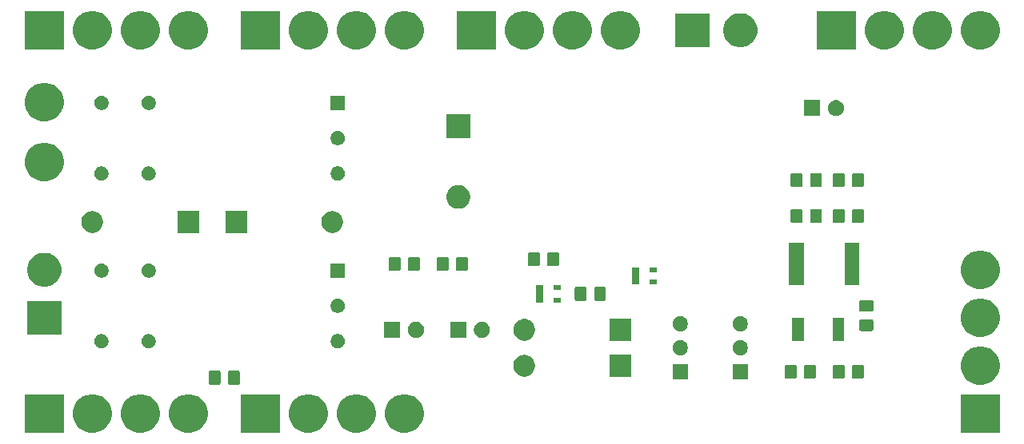
<source format=gbr>
G04 #@! TF.GenerationSoftware,KiCad,Pcbnew,(5.1.5)-3*
G04 #@! TF.CreationDate,2020-09-28T21:35:28-04:00*
G04 #@! TF.ProjectId,PowerSync,506f7765-7253-4796-9e63-2e6b69636164,rev?*
G04 #@! TF.SameCoordinates,Original*
G04 #@! TF.FileFunction,Soldermask,Top*
G04 #@! TF.FilePolarity,Negative*
%FSLAX46Y46*%
G04 Gerber Fmt 4.6, Leading zero omitted, Abs format (unit mm)*
G04 Created by KiCad (PCBNEW (5.1.5)-3) date 2020-09-28 21:35:28*
%MOMM*%
%LPD*%
G04 APERTURE LIST*
%ADD10C,0.100000*%
G04 APERTURE END LIST*
D10*
G36*
X91403326Y-102802578D02*
G01*
X91403329Y-102802579D01*
X91403328Y-102802579D01*
X91776631Y-102957206D01*
X92112596Y-103181690D01*
X92398310Y-103467404D01*
X92622794Y-103803369D01*
X92622795Y-103803371D01*
X92777422Y-104176674D01*
X92856250Y-104572968D01*
X92856250Y-104977032D01*
X92777422Y-105373326D01*
X92777421Y-105373328D01*
X92622794Y-105746631D01*
X92398310Y-106082596D01*
X92112596Y-106368310D01*
X91776631Y-106592794D01*
X91776630Y-106592795D01*
X91776629Y-106592795D01*
X91403326Y-106747422D01*
X91007032Y-106826250D01*
X90602968Y-106826250D01*
X90206674Y-106747422D01*
X89833371Y-106592795D01*
X89833370Y-106592795D01*
X89833369Y-106592794D01*
X89497404Y-106368310D01*
X89211690Y-106082596D01*
X88987206Y-105746631D01*
X88832579Y-105373328D01*
X88832578Y-105373326D01*
X88753750Y-104977032D01*
X88753750Y-104572968D01*
X88832578Y-104176674D01*
X88987205Y-103803371D01*
X88987206Y-103803369D01*
X89211690Y-103467404D01*
X89497404Y-103181690D01*
X89833369Y-102957206D01*
X90206672Y-102802579D01*
X90206671Y-102802579D01*
X90206674Y-102802578D01*
X90602968Y-102723750D01*
X91007032Y-102723750D01*
X91403326Y-102802578D01*
G37*
G36*
X82696250Y-106826250D02*
G01*
X78593750Y-106826250D01*
X78593750Y-102723750D01*
X82696250Y-102723750D01*
X82696250Y-106826250D01*
G37*
G36*
X86323326Y-102802578D02*
G01*
X86323329Y-102802579D01*
X86323328Y-102802579D01*
X86696631Y-102957206D01*
X87032596Y-103181690D01*
X87318310Y-103467404D01*
X87542794Y-103803369D01*
X87542795Y-103803371D01*
X87697422Y-104176674D01*
X87776250Y-104572968D01*
X87776250Y-104977032D01*
X87697422Y-105373326D01*
X87697421Y-105373328D01*
X87542794Y-105746631D01*
X87318310Y-106082596D01*
X87032596Y-106368310D01*
X86696631Y-106592794D01*
X86696630Y-106592795D01*
X86696629Y-106592795D01*
X86323326Y-106747422D01*
X85927032Y-106826250D01*
X85522968Y-106826250D01*
X85126674Y-106747422D01*
X84753371Y-106592795D01*
X84753370Y-106592795D01*
X84753369Y-106592794D01*
X84417404Y-106368310D01*
X84131690Y-106082596D01*
X83907206Y-105746631D01*
X83752579Y-105373328D01*
X83752578Y-105373326D01*
X83673750Y-104977032D01*
X83673750Y-104572968D01*
X83752578Y-104176674D01*
X83907205Y-103803371D01*
X83907206Y-103803369D01*
X84131690Y-103467404D01*
X84417404Y-103181690D01*
X84753369Y-102957206D01*
X85126672Y-102802579D01*
X85126671Y-102802579D01*
X85126674Y-102802578D01*
X85522968Y-102723750D01*
X85927032Y-102723750D01*
X86323326Y-102802578D01*
G37*
G36*
X181756250Y-106826250D02*
G01*
X177653750Y-106826250D01*
X177653750Y-102723750D01*
X181756250Y-102723750D01*
X181756250Y-106826250D01*
G37*
G36*
X119343326Y-102802578D02*
G01*
X119343329Y-102802579D01*
X119343328Y-102802579D01*
X119716631Y-102957206D01*
X120052596Y-103181690D01*
X120338310Y-103467404D01*
X120562794Y-103803369D01*
X120562795Y-103803371D01*
X120717422Y-104176674D01*
X120796250Y-104572968D01*
X120796250Y-104977032D01*
X120717422Y-105373326D01*
X120717421Y-105373328D01*
X120562794Y-105746631D01*
X120338310Y-106082596D01*
X120052596Y-106368310D01*
X119716631Y-106592794D01*
X119716630Y-106592795D01*
X119716629Y-106592795D01*
X119343326Y-106747422D01*
X118947032Y-106826250D01*
X118542968Y-106826250D01*
X118146674Y-106747422D01*
X117773371Y-106592795D01*
X117773370Y-106592795D01*
X117773369Y-106592794D01*
X117437404Y-106368310D01*
X117151690Y-106082596D01*
X116927206Y-105746631D01*
X116772579Y-105373328D01*
X116772578Y-105373326D01*
X116693750Y-104977032D01*
X116693750Y-104572968D01*
X116772578Y-104176674D01*
X116927205Y-103803371D01*
X116927206Y-103803369D01*
X117151690Y-103467404D01*
X117437404Y-103181690D01*
X117773369Y-102957206D01*
X118146672Y-102802579D01*
X118146671Y-102802579D01*
X118146674Y-102802578D01*
X118542968Y-102723750D01*
X118947032Y-102723750D01*
X119343326Y-102802578D01*
G37*
G36*
X109183326Y-102802578D02*
G01*
X109183329Y-102802579D01*
X109183328Y-102802579D01*
X109556631Y-102957206D01*
X109892596Y-103181690D01*
X110178310Y-103467404D01*
X110402794Y-103803369D01*
X110402795Y-103803371D01*
X110557422Y-104176674D01*
X110636250Y-104572968D01*
X110636250Y-104977032D01*
X110557422Y-105373326D01*
X110557421Y-105373328D01*
X110402794Y-105746631D01*
X110178310Y-106082596D01*
X109892596Y-106368310D01*
X109556631Y-106592794D01*
X109556630Y-106592795D01*
X109556629Y-106592795D01*
X109183326Y-106747422D01*
X108787032Y-106826250D01*
X108382968Y-106826250D01*
X107986674Y-106747422D01*
X107613371Y-106592795D01*
X107613370Y-106592795D01*
X107613369Y-106592794D01*
X107277404Y-106368310D01*
X106991690Y-106082596D01*
X106767206Y-105746631D01*
X106612579Y-105373328D01*
X106612578Y-105373326D01*
X106533750Y-104977032D01*
X106533750Y-104572968D01*
X106612578Y-104176674D01*
X106767205Y-103803371D01*
X106767206Y-103803369D01*
X106991690Y-103467404D01*
X107277404Y-103181690D01*
X107613369Y-102957206D01*
X107986672Y-102802579D01*
X107986671Y-102802579D01*
X107986674Y-102802578D01*
X108382968Y-102723750D01*
X108787032Y-102723750D01*
X109183326Y-102802578D01*
G37*
G36*
X105556250Y-106826250D02*
G01*
X101453750Y-106826250D01*
X101453750Y-102723750D01*
X105556250Y-102723750D01*
X105556250Y-106826250D01*
G37*
G36*
X96483326Y-102802578D02*
G01*
X96483329Y-102802579D01*
X96483328Y-102802579D01*
X96856631Y-102957206D01*
X97192596Y-103181690D01*
X97478310Y-103467404D01*
X97702794Y-103803369D01*
X97702795Y-103803371D01*
X97857422Y-104176674D01*
X97936250Y-104572968D01*
X97936250Y-104977032D01*
X97857422Y-105373326D01*
X97857421Y-105373328D01*
X97702794Y-105746631D01*
X97478310Y-106082596D01*
X97192596Y-106368310D01*
X96856631Y-106592794D01*
X96856630Y-106592795D01*
X96856629Y-106592795D01*
X96483326Y-106747422D01*
X96087032Y-106826250D01*
X95682968Y-106826250D01*
X95286674Y-106747422D01*
X94913371Y-106592795D01*
X94913370Y-106592795D01*
X94913369Y-106592794D01*
X94577404Y-106368310D01*
X94291690Y-106082596D01*
X94067206Y-105746631D01*
X93912579Y-105373328D01*
X93912578Y-105373326D01*
X93833750Y-104977032D01*
X93833750Y-104572968D01*
X93912578Y-104176674D01*
X94067205Y-103803371D01*
X94067206Y-103803369D01*
X94291690Y-103467404D01*
X94577404Y-103181690D01*
X94913369Y-102957206D01*
X95286672Y-102802579D01*
X95286671Y-102802579D01*
X95286674Y-102802578D01*
X95682968Y-102723750D01*
X96087032Y-102723750D01*
X96483326Y-102802578D01*
G37*
G36*
X114263326Y-102802578D02*
G01*
X114263329Y-102802579D01*
X114263328Y-102802579D01*
X114636631Y-102957206D01*
X114972596Y-103181690D01*
X115258310Y-103467404D01*
X115482794Y-103803369D01*
X115482795Y-103803371D01*
X115637422Y-104176674D01*
X115716250Y-104572968D01*
X115716250Y-104977032D01*
X115637422Y-105373326D01*
X115637421Y-105373328D01*
X115482794Y-105746631D01*
X115258310Y-106082596D01*
X114972596Y-106368310D01*
X114636631Y-106592794D01*
X114636630Y-106592795D01*
X114636629Y-106592795D01*
X114263326Y-106747422D01*
X113867032Y-106826250D01*
X113462968Y-106826250D01*
X113066674Y-106747422D01*
X112693371Y-106592795D01*
X112693370Y-106592795D01*
X112693369Y-106592794D01*
X112357404Y-106368310D01*
X112071690Y-106082596D01*
X111847206Y-105746631D01*
X111692579Y-105373328D01*
X111692578Y-105373326D01*
X111613750Y-104977032D01*
X111613750Y-104572968D01*
X111692578Y-104176674D01*
X111847205Y-103803371D01*
X111847206Y-103803369D01*
X112071690Y-103467404D01*
X112357404Y-103181690D01*
X112693369Y-102957206D01*
X113066672Y-102802579D01*
X113066671Y-102802579D01*
X113066674Y-102802578D01*
X113462968Y-102723750D01*
X113867032Y-102723750D01*
X114263326Y-102802578D01*
G37*
G36*
X180303326Y-97722578D02*
G01*
X180656562Y-97868893D01*
X180676631Y-97877206D01*
X181012596Y-98101690D01*
X181298310Y-98387404D01*
X181434348Y-98591000D01*
X181522795Y-98723371D01*
X181677422Y-99096674D01*
X181756250Y-99492968D01*
X181756250Y-99897032D01*
X181677422Y-100293326D01*
X181673043Y-100303897D01*
X181522794Y-100666631D01*
X181298310Y-101002596D01*
X181012596Y-101288310D01*
X180676631Y-101512794D01*
X180676630Y-101512795D01*
X180676629Y-101512795D01*
X180303326Y-101667422D01*
X179907032Y-101746250D01*
X179502968Y-101746250D01*
X179106674Y-101667422D01*
X178733371Y-101512795D01*
X178733370Y-101512795D01*
X178733369Y-101512794D01*
X178397404Y-101288310D01*
X178111690Y-101002596D01*
X177887206Y-100666631D01*
X177736957Y-100303897D01*
X177732578Y-100293326D01*
X177653750Y-99897032D01*
X177653750Y-99492968D01*
X177732578Y-99096674D01*
X177887205Y-98723371D01*
X177975652Y-98591000D01*
X178111690Y-98387404D01*
X178397404Y-98101690D01*
X178733369Y-97877206D01*
X178753438Y-97868893D01*
X179106674Y-97722578D01*
X179502968Y-97643750D01*
X179907032Y-97643750D01*
X180303326Y-97722578D01*
G37*
G36*
X99133674Y-100218465D02*
G01*
X99171367Y-100229899D01*
X99206103Y-100248466D01*
X99236548Y-100273452D01*
X99261534Y-100303897D01*
X99280101Y-100338633D01*
X99291535Y-100376326D01*
X99296000Y-100421661D01*
X99296000Y-101508339D01*
X99291535Y-101553674D01*
X99280101Y-101591367D01*
X99261534Y-101626103D01*
X99236548Y-101656548D01*
X99206103Y-101681534D01*
X99171367Y-101700101D01*
X99133674Y-101711535D01*
X99088339Y-101716000D01*
X98251661Y-101716000D01*
X98206326Y-101711535D01*
X98168633Y-101700101D01*
X98133897Y-101681534D01*
X98103452Y-101656548D01*
X98078466Y-101626103D01*
X98059899Y-101591367D01*
X98048465Y-101553674D01*
X98044000Y-101508339D01*
X98044000Y-100421661D01*
X98048465Y-100376326D01*
X98059899Y-100338633D01*
X98078466Y-100303897D01*
X98103452Y-100273452D01*
X98133897Y-100248466D01*
X98168633Y-100229899D01*
X98206326Y-100218465D01*
X98251661Y-100214000D01*
X99088339Y-100214000D01*
X99133674Y-100218465D01*
G37*
G36*
X101183674Y-100218465D02*
G01*
X101221367Y-100229899D01*
X101256103Y-100248466D01*
X101286548Y-100273452D01*
X101311534Y-100303897D01*
X101330101Y-100338633D01*
X101341535Y-100376326D01*
X101346000Y-100421661D01*
X101346000Y-101508339D01*
X101341535Y-101553674D01*
X101330101Y-101591367D01*
X101311534Y-101626103D01*
X101286548Y-101656548D01*
X101256103Y-101681534D01*
X101221367Y-101700101D01*
X101183674Y-101711535D01*
X101138339Y-101716000D01*
X100301661Y-101716000D01*
X100256326Y-101711535D01*
X100218633Y-101700101D01*
X100183897Y-101681534D01*
X100153452Y-101656548D01*
X100128466Y-101626103D01*
X100109899Y-101591367D01*
X100098465Y-101553674D01*
X100094000Y-101508339D01*
X100094000Y-100421661D01*
X100098465Y-100376326D01*
X100109899Y-100338633D01*
X100128466Y-100303897D01*
X100153452Y-100273452D01*
X100183897Y-100248466D01*
X100218633Y-100229899D01*
X100256326Y-100218465D01*
X100301661Y-100214000D01*
X101138339Y-100214000D01*
X101183674Y-100218465D01*
G37*
G36*
X148756000Y-101131000D02*
G01*
X147154000Y-101131000D01*
X147154000Y-99529000D01*
X148756000Y-99529000D01*
X148756000Y-101131000D01*
G37*
G36*
X155106000Y-101131000D02*
G01*
X153504000Y-101131000D01*
X153504000Y-99529000D01*
X155106000Y-99529000D01*
X155106000Y-101131000D01*
G37*
G36*
X162143674Y-99583465D02*
G01*
X162181367Y-99594899D01*
X162216103Y-99613466D01*
X162246548Y-99638452D01*
X162271534Y-99668897D01*
X162290101Y-99703633D01*
X162301535Y-99741326D01*
X162306000Y-99786661D01*
X162306000Y-100873339D01*
X162301535Y-100918674D01*
X162290101Y-100956367D01*
X162271534Y-100991103D01*
X162246548Y-101021548D01*
X162216103Y-101046534D01*
X162181367Y-101065101D01*
X162143674Y-101076535D01*
X162098339Y-101081000D01*
X161261661Y-101081000D01*
X161216326Y-101076535D01*
X161178633Y-101065101D01*
X161143897Y-101046534D01*
X161113452Y-101021548D01*
X161088466Y-100991103D01*
X161069899Y-100956367D01*
X161058465Y-100918674D01*
X161054000Y-100873339D01*
X161054000Y-99786661D01*
X161058465Y-99741326D01*
X161069899Y-99703633D01*
X161088466Y-99668897D01*
X161113452Y-99638452D01*
X161143897Y-99613466D01*
X161178633Y-99594899D01*
X161216326Y-99583465D01*
X161261661Y-99579000D01*
X162098339Y-99579000D01*
X162143674Y-99583465D01*
G37*
G36*
X160093674Y-99583465D02*
G01*
X160131367Y-99594899D01*
X160166103Y-99613466D01*
X160196548Y-99638452D01*
X160221534Y-99668897D01*
X160240101Y-99703633D01*
X160251535Y-99741326D01*
X160256000Y-99786661D01*
X160256000Y-100873339D01*
X160251535Y-100918674D01*
X160240101Y-100956367D01*
X160221534Y-100991103D01*
X160196548Y-101021548D01*
X160166103Y-101046534D01*
X160131367Y-101065101D01*
X160093674Y-101076535D01*
X160048339Y-101081000D01*
X159211661Y-101081000D01*
X159166326Y-101076535D01*
X159128633Y-101065101D01*
X159093897Y-101046534D01*
X159063452Y-101021548D01*
X159038466Y-100991103D01*
X159019899Y-100956367D01*
X159008465Y-100918674D01*
X159004000Y-100873339D01*
X159004000Y-99786661D01*
X159008465Y-99741326D01*
X159019899Y-99703633D01*
X159038466Y-99668897D01*
X159063452Y-99638452D01*
X159093897Y-99613466D01*
X159128633Y-99594899D01*
X159166326Y-99583465D01*
X159211661Y-99579000D01*
X160048339Y-99579000D01*
X160093674Y-99583465D01*
G37*
G36*
X165173674Y-99583465D02*
G01*
X165211367Y-99594899D01*
X165246103Y-99613466D01*
X165276548Y-99638452D01*
X165301534Y-99668897D01*
X165320101Y-99703633D01*
X165331535Y-99741326D01*
X165336000Y-99786661D01*
X165336000Y-100873339D01*
X165331535Y-100918674D01*
X165320101Y-100956367D01*
X165301534Y-100991103D01*
X165276548Y-101021548D01*
X165246103Y-101046534D01*
X165211367Y-101065101D01*
X165173674Y-101076535D01*
X165128339Y-101081000D01*
X164291661Y-101081000D01*
X164246326Y-101076535D01*
X164208633Y-101065101D01*
X164173897Y-101046534D01*
X164143452Y-101021548D01*
X164118466Y-100991103D01*
X164099899Y-100956367D01*
X164088465Y-100918674D01*
X164084000Y-100873339D01*
X164084000Y-99786661D01*
X164088465Y-99741326D01*
X164099899Y-99703633D01*
X164118466Y-99668897D01*
X164143452Y-99638452D01*
X164173897Y-99613466D01*
X164208633Y-99594899D01*
X164246326Y-99583465D01*
X164291661Y-99579000D01*
X165128339Y-99579000D01*
X165173674Y-99583465D01*
G37*
G36*
X167223674Y-99583465D02*
G01*
X167261367Y-99594899D01*
X167296103Y-99613466D01*
X167326548Y-99638452D01*
X167351534Y-99668897D01*
X167370101Y-99703633D01*
X167381535Y-99741326D01*
X167386000Y-99786661D01*
X167386000Y-100873339D01*
X167381535Y-100918674D01*
X167370101Y-100956367D01*
X167351534Y-100991103D01*
X167326548Y-101021548D01*
X167296103Y-101046534D01*
X167261367Y-101065101D01*
X167223674Y-101076535D01*
X167178339Y-101081000D01*
X166341661Y-101081000D01*
X166296326Y-101076535D01*
X166258633Y-101065101D01*
X166223897Y-101046534D01*
X166193452Y-101021548D01*
X166168466Y-100991103D01*
X166149899Y-100956367D01*
X166138465Y-100918674D01*
X166134000Y-100873339D01*
X166134000Y-99786661D01*
X166138465Y-99741326D01*
X166149899Y-99703633D01*
X166168466Y-99668897D01*
X166193452Y-99638452D01*
X166223897Y-99613466D01*
X166258633Y-99594899D01*
X166296326Y-99583465D01*
X166341661Y-99579000D01*
X167178339Y-99579000D01*
X167223674Y-99583465D01*
G37*
G36*
X142756000Y-100846000D02*
G01*
X140454000Y-100846000D01*
X140454000Y-98544000D01*
X142756000Y-98544000D01*
X142756000Y-100846000D01*
G37*
G36*
X131639898Y-98560218D02*
G01*
X131780734Y-98588232D01*
X131990203Y-98674997D01*
X132178720Y-98800960D01*
X132339040Y-98961280D01*
X132465003Y-99149797D01*
X132551768Y-99359266D01*
X132596000Y-99581636D01*
X132596000Y-99808364D01*
X132551768Y-100030734D01*
X132465003Y-100240203D01*
X132339040Y-100428720D01*
X132178720Y-100589040D01*
X131990203Y-100715003D01*
X131780734Y-100801768D01*
X131669549Y-100823884D01*
X131558365Y-100846000D01*
X131331635Y-100846000D01*
X131220451Y-100823884D01*
X131109266Y-100801768D01*
X130899797Y-100715003D01*
X130711280Y-100589040D01*
X130550960Y-100428720D01*
X130424997Y-100240203D01*
X130338232Y-100030734D01*
X130294000Y-99808364D01*
X130294000Y-99581636D01*
X130338232Y-99359266D01*
X130424997Y-99149797D01*
X130550960Y-98961280D01*
X130711280Y-98800960D01*
X130899797Y-98674997D01*
X131109266Y-98588232D01*
X131250102Y-98560218D01*
X131331635Y-98544000D01*
X131558365Y-98544000D01*
X131639898Y-98560218D01*
G37*
G36*
X154538642Y-97019781D02*
G01*
X154684414Y-97080162D01*
X154684416Y-97080163D01*
X154815608Y-97167822D01*
X154927178Y-97279392D01*
X155014837Y-97410584D01*
X155014838Y-97410586D01*
X155075219Y-97556358D01*
X155106000Y-97711107D01*
X155106000Y-97868893D01*
X155075219Y-98023642D01*
X155042890Y-98101690D01*
X155014837Y-98169416D01*
X154927178Y-98300608D01*
X154815608Y-98412178D01*
X154684416Y-98499837D01*
X154684415Y-98499838D01*
X154684414Y-98499838D01*
X154538642Y-98560219D01*
X154383893Y-98591000D01*
X154226107Y-98591000D01*
X154071358Y-98560219D01*
X153925586Y-98499838D01*
X153925585Y-98499838D01*
X153925584Y-98499837D01*
X153794392Y-98412178D01*
X153682822Y-98300608D01*
X153595163Y-98169416D01*
X153567110Y-98101690D01*
X153534781Y-98023642D01*
X153504000Y-97868893D01*
X153504000Y-97711107D01*
X153534781Y-97556358D01*
X153595162Y-97410586D01*
X153595163Y-97410584D01*
X153682822Y-97279392D01*
X153794392Y-97167822D01*
X153925584Y-97080163D01*
X153925586Y-97080162D01*
X154071358Y-97019781D01*
X154226107Y-96989000D01*
X154383893Y-96989000D01*
X154538642Y-97019781D01*
G37*
G36*
X148188642Y-97019781D02*
G01*
X148334414Y-97080162D01*
X148334416Y-97080163D01*
X148465608Y-97167822D01*
X148577178Y-97279392D01*
X148664837Y-97410584D01*
X148664838Y-97410586D01*
X148725219Y-97556358D01*
X148756000Y-97711107D01*
X148756000Y-97868893D01*
X148725219Y-98023642D01*
X148692890Y-98101690D01*
X148664837Y-98169416D01*
X148577178Y-98300608D01*
X148465608Y-98412178D01*
X148334416Y-98499837D01*
X148334415Y-98499838D01*
X148334414Y-98499838D01*
X148188642Y-98560219D01*
X148033893Y-98591000D01*
X147876107Y-98591000D01*
X147721358Y-98560219D01*
X147575586Y-98499838D01*
X147575585Y-98499838D01*
X147575584Y-98499837D01*
X147444392Y-98412178D01*
X147332822Y-98300608D01*
X147245163Y-98169416D01*
X147217110Y-98101690D01*
X147184781Y-98023642D01*
X147154000Y-97868893D01*
X147154000Y-97711107D01*
X147184781Y-97556358D01*
X147245162Y-97410586D01*
X147245163Y-97410584D01*
X147332822Y-97279392D01*
X147444392Y-97167822D01*
X147575584Y-97080163D01*
X147575586Y-97080162D01*
X147721358Y-97019781D01*
X147876107Y-96989000D01*
X148033893Y-96989000D01*
X148188642Y-97019781D01*
G37*
G36*
X86914059Y-96372860D02*
G01*
X87045926Y-96427481D01*
X87050732Y-96429472D01*
X87173735Y-96511660D01*
X87278340Y-96616265D01*
X87336493Y-96703297D01*
X87360529Y-96739270D01*
X87417140Y-96875941D01*
X87439629Y-96989000D01*
X87446000Y-97021033D01*
X87446000Y-97168967D01*
X87417140Y-97314059D01*
X87360528Y-97450732D01*
X87278340Y-97573735D01*
X87173735Y-97678340D01*
X87050732Y-97760528D01*
X87050731Y-97760529D01*
X87050730Y-97760529D01*
X86914059Y-97817140D01*
X86768968Y-97846000D01*
X86621032Y-97846000D01*
X86475941Y-97817140D01*
X86339270Y-97760529D01*
X86339269Y-97760529D01*
X86339268Y-97760528D01*
X86216265Y-97678340D01*
X86111660Y-97573735D01*
X86029472Y-97450732D01*
X85972860Y-97314059D01*
X85944000Y-97168967D01*
X85944000Y-97021033D01*
X85950372Y-96989000D01*
X85972860Y-96875941D01*
X86029471Y-96739270D01*
X86053507Y-96703297D01*
X86111660Y-96616265D01*
X86216265Y-96511660D01*
X86339268Y-96429472D01*
X86344075Y-96427481D01*
X86475941Y-96372860D01*
X86621032Y-96344000D01*
X86768968Y-96344000D01*
X86914059Y-96372860D01*
G37*
G36*
X111914059Y-96372860D02*
G01*
X112045926Y-96427481D01*
X112050732Y-96429472D01*
X112173735Y-96511660D01*
X112278340Y-96616265D01*
X112336493Y-96703297D01*
X112360529Y-96739270D01*
X112417140Y-96875941D01*
X112439629Y-96989000D01*
X112446000Y-97021033D01*
X112446000Y-97168967D01*
X112417140Y-97314059D01*
X112360528Y-97450732D01*
X112278340Y-97573735D01*
X112173735Y-97678340D01*
X112050732Y-97760528D01*
X112050731Y-97760529D01*
X112050730Y-97760529D01*
X111914059Y-97817140D01*
X111768968Y-97846000D01*
X111621032Y-97846000D01*
X111475941Y-97817140D01*
X111339270Y-97760529D01*
X111339269Y-97760529D01*
X111339268Y-97760528D01*
X111216265Y-97678340D01*
X111111660Y-97573735D01*
X111029472Y-97450732D01*
X110972860Y-97314059D01*
X110944000Y-97168967D01*
X110944000Y-97021033D01*
X110950372Y-96989000D01*
X110972860Y-96875941D01*
X111029471Y-96739270D01*
X111053507Y-96703297D01*
X111111660Y-96616265D01*
X111216265Y-96511660D01*
X111339268Y-96429472D01*
X111344075Y-96427481D01*
X111475941Y-96372860D01*
X111621032Y-96344000D01*
X111768968Y-96344000D01*
X111914059Y-96372860D01*
G37*
G36*
X91914059Y-96372860D02*
G01*
X92045926Y-96427481D01*
X92050732Y-96429472D01*
X92173735Y-96511660D01*
X92278340Y-96616265D01*
X92336493Y-96703297D01*
X92360529Y-96739270D01*
X92417140Y-96875941D01*
X92439629Y-96989000D01*
X92446000Y-97021033D01*
X92446000Y-97168967D01*
X92417140Y-97314059D01*
X92360528Y-97450732D01*
X92278340Y-97573735D01*
X92173735Y-97678340D01*
X92050732Y-97760528D01*
X92050731Y-97760529D01*
X92050730Y-97760529D01*
X91914059Y-97817140D01*
X91768968Y-97846000D01*
X91621032Y-97846000D01*
X91475941Y-97817140D01*
X91339270Y-97760529D01*
X91339269Y-97760529D01*
X91339268Y-97760528D01*
X91216265Y-97678340D01*
X91111660Y-97573735D01*
X91029472Y-97450732D01*
X90972860Y-97314059D01*
X90944000Y-97168967D01*
X90944000Y-97021033D01*
X90950372Y-96989000D01*
X90972860Y-96875941D01*
X91029471Y-96739270D01*
X91053507Y-96703297D01*
X91111660Y-96616265D01*
X91216265Y-96511660D01*
X91339268Y-96429472D01*
X91344075Y-96427481D01*
X91475941Y-96372860D01*
X91621032Y-96344000D01*
X91768968Y-96344000D01*
X91914059Y-96372860D01*
G37*
G36*
X165311000Y-97111000D02*
G01*
X164109000Y-97111000D01*
X164109000Y-94659000D01*
X165311000Y-94659000D01*
X165311000Y-97111000D01*
G37*
G36*
X161011000Y-97111000D02*
G01*
X159809000Y-97111000D01*
X159809000Y-94659000D01*
X161011000Y-94659000D01*
X161011000Y-97111000D01*
G37*
G36*
X131585472Y-94739392D02*
G01*
X131780734Y-94778232D01*
X131928850Y-94839584D01*
X131975477Y-94858897D01*
X131990203Y-94864997D01*
X132178720Y-94990960D01*
X132339040Y-95151280D01*
X132457717Y-95328893D01*
X132465004Y-95339799D01*
X132466131Y-95342520D01*
X132524586Y-95483642D01*
X132551768Y-95549267D01*
X132596000Y-95771635D01*
X132596000Y-95998365D01*
X132551768Y-96220733D01*
X132466131Y-96427481D01*
X132465003Y-96430203D01*
X132339040Y-96618720D01*
X132178720Y-96779040D01*
X131990203Y-96905003D01*
X131780734Y-96991768D01*
X131669549Y-97013884D01*
X131558365Y-97036000D01*
X131331635Y-97036000D01*
X131220451Y-97013884D01*
X131109266Y-96991768D01*
X130899797Y-96905003D01*
X130711280Y-96779040D01*
X130550960Y-96618720D01*
X130424997Y-96430203D01*
X130423870Y-96427481D01*
X130338232Y-96220733D01*
X130294000Y-95998365D01*
X130294000Y-95771635D01*
X130338232Y-95549267D01*
X130365415Y-95483642D01*
X130423869Y-95342520D01*
X130424996Y-95339799D01*
X130432283Y-95328893D01*
X130550960Y-95151280D01*
X130711280Y-94990960D01*
X130899797Y-94864997D01*
X130914524Y-94858897D01*
X130961150Y-94839584D01*
X131109266Y-94778232D01*
X131304528Y-94739392D01*
X131331635Y-94734000D01*
X131558365Y-94734000D01*
X131585472Y-94739392D01*
G37*
G36*
X142756000Y-97036000D02*
G01*
X140454000Y-97036000D01*
X140454000Y-94734000D01*
X142756000Y-94734000D01*
X142756000Y-97036000D01*
G37*
G36*
X118326000Y-96736000D02*
G01*
X116624000Y-96736000D01*
X116624000Y-95034000D01*
X118326000Y-95034000D01*
X118326000Y-96736000D01*
G37*
G36*
X120223228Y-95066703D02*
G01*
X120378100Y-95130853D01*
X120517481Y-95223985D01*
X120636015Y-95342519D01*
X120729147Y-95481900D01*
X120793297Y-95636772D01*
X120826000Y-95801184D01*
X120826000Y-95968816D01*
X120793297Y-96133228D01*
X120729147Y-96288100D01*
X120636015Y-96427481D01*
X120517481Y-96546015D01*
X120378100Y-96639147D01*
X120223228Y-96703297D01*
X120058816Y-96736000D01*
X119891184Y-96736000D01*
X119726772Y-96703297D01*
X119571900Y-96639147D01*
X119432519Y-96546015D01*
X119313985Y-96427481D01*
X119220853Y-96288100D01*
X119156703Y-96133228D01*
X119124000Y-95968816D01*
X119124000Y-95801184D01*
X119156703Y-95636772D01*
X119220853Y-95481900D01*
X119313985Y-95342519D01*
X119432519Y-95223985D01*
X119571900Y-95130853D01*
X119726772Y-95066703D01*
X119891184Y-95034000D01*
X120058816Y-95034000D01*
X120223228Y-95066703D01*
G37*
G36*
X125311000Y-96736000D02*
G01*
X123609000Y-96736000D01*
X123609000Y-95034000D01*
X125311000Y-95034000D01*
X125311000Y-96736000D01*
G37*
G36*
X127208228Y-95066703D02*
G01*
X127363100Y-95130853D01*
X127502481Y-95223985D01*
X127621015Y-95342519D01*
X127714147Y-95481900D01*
X127778297Y-95636772D01*
X127811000Y-95801184D01*
X127811000Y-95968816D01*
X127778297Y-96133228D01*
X127714147Y-96288100D01*
X127621015Y-96427481D01*
X127502481Y-96546015D01*
X127363100Y-96639147D01*
X127208228Y-96703297D01*
X127043816Y-96736000D01*
X126876184Y-96736000D01*
X126711772Y-96703297D01*
X126556900Y-96639147D01*
X126417519Y-96546015D01*
X126298985Y-96427481D01*
X126205853Y-96288100D01*
X126141703Y-96133228D01*
X126109000Y-95968816D01*
X126109000Y-95801184D01*
X126141703Y-95636772D01*
X126205853Y-95481900D01*
X126298985Y-95342519D01*
X126417519Y-95223985D01*
X126556900Y-95130853D01*
X126711772Y-95066703D01*
X126876184Y-95034000D01*
X127043816Y-95034000D01*
X127208228Y-95066703D01*
G37*
G36*
X180303326Y-92642578D02*
G01*
X180662938Y-92791534D01*
X180676631Y-92797206D01*
X181012596Y-93021690D01*
X181298310Y-93307404D01*
X181522794Y-93643369D01*
X181522795Y-93643371D01*
X181677422Y-94016674D01*
X181756250Y-94412968D01*
X181756250Y-94817032D01*
X181677422Y-95213326D01*
X181565453Y-95483643D01*
X181522794Y-95586631D01*
X181298310Y-95922596D01*
X181012596Y-96208310D01*
X180676631Y-96432794D01*
X180676630Y-96432795D01*
X180676629Y-96432795D01*
X180303326Y-96587422D01*
X179907032Y-96666250D01*
X179502968Y-96666250D01*
X179106674Y-96587422D01*
X178733371Y-96432795D01*
X178733370Y-96432795D01*
X178733369Y-96432794D01*
X178397404Y-96208310D01*
X178111690Y-95922596D01*
X177887206Y-95586631D01*
X177844547Y-95483643D01*
X177732578Y-95213326D01*
X177653750Y-94817032D01*
X177653750Y-94412968D01*
X177732578Y-94016674D01*
X177887205Y-93643371D01*
X177887206Y-93643369D01*
X178111690Y-93307404D01*
X178397404Y-93021690D01*
X178733369Y-92797206D01*
X178747062Y-92791534D01*
X179106674Y-92642578D01*
X179502968Y-92563750D01*
X179907032Y-92563750D01*
X180303326Y-92642578D01*
G37*
G36*
X82446060Y-96416060D02*
G01*
X78843940Y-96416060D01*
X78843940Y-92813940D01*
X82446060Y-92813940D01*
X82446060Y-96416060D01*
G37*
G36*
X148188642Y-94479781D02*
G01*
X148334414Y-94540162D01*
X148334416Y-94540163D01*
X148465608Y-94627822D01*
X148577178Y-94739392D01*
X148657028Y-94858897D01*
X148664838Y-94870586D01*
X148725219Y-95016358D01*
X148756000Y-95171107D01*
X148756000Y-95328893D01*
X148725219Y-95483642D01*
X148698036Y-95549267D01*
X148664837Y-95629416D01*
X148577178Y-95760608D01*
X148465608Y-95872178D01*
X148334416Y-95959837D01*
X148334415Y-95959838D01*
X148334414Y-95959838D01*
X148188642Y-96020219D01*
X148033893Y-96051000D01*
X147876107Y-96051000D01*
X147721358Y-96020219D01*
X147575586Y-95959838D01*
X147575585Y-95959838D01*
X147575584Y-95959837D01*
X147444392Y-95872178D01*
X147332822Y-95760608D01*
X147245163Y-95629416D01*
X147211964Y-95549267D01*
X147184781Y-95483642D01*
X147154000Y-95328893D01*
X147154000Y-95171107D01*
X147184781Y-95016358D01*
X147245162Y-94870586D01*
X147252972Y-94858897D01*
X147332822Y-94739392D01*
X147444392Y-94627822D01*
X147575584Y-94540163D01*
X147575586Y-94540162D01*
X147721358Y-94479781D01*
X147876107Y-94449000D01*
X148033893Y-94449000D01*
X148188642Y-94479781D01*
G37*
G36*
X154538642Y-94479781D02*
G01*
X154684414Y-94540162D01*
X154684416Y-94540163D01*
X154815608Y-94627822D01*
X154927178Y-94739392D01*
X155007028Y-94858897D01*
X155014838Y-94870586D01*
X155075219Y-95016358D01*
X155106000Y-95171107D01*
X155106000Y-95328893D01*
X155075219Y-95483642D01*
X155048036Y-95549267D01*
X155014837Y-95629416D01*
X154927178Y-95760608D01*
X154815608Y-95872178D01*
X154684416Y-95959837D01*
X154684415Y-95959838D01*
X154684414Y-95959838D01*
X154538642Y-96020219D01*
X154383893Y-96051000D01*
X154226107Y-96051000D01*
X154071358Y-96020219D01*
X153925586Y-95959838D01*
X153925585Y-95959838D01*
X153925584Y-95959837D01*
X153794392Y-95872178D01*
X153682822Y-95760608D01*
X153595163Y-95629416D01*
X153561964Y-95549267D01*
X153534781Y-95483642D01*
X153504000Y-95328893D01*
X153504000Y-95171107D01*
X153534781Y-95016358D01*
X153595162Y-94870586D01*
X153602972Y-94858897D01*
X153682822Y-94739392D01*
X153794392Y-94627822D01*
X153925584Y-94540163D01*
X153925586Y-94540162D01*
X154071358Y-94479781D01*
X154226107Y-94449000D01*
X154383893Y-94449000D01*
X154538642Y-94479781D01*
G37*
G36*
X168228674Y-94773465D02*
G01*
X168266367Y-94784899D01*
X168301103Y-94803466D01*
X168331548Y-94828452D01*
X168356534Y-94858897D01*
X168375101Y-94893633D01*
X168386535Y-94931326D01*
X168391000Y-94976661D01*
X168391000Y-95813339D01*
X168386535Y-95858674D01*
X168375101Y-95896367D01*
X168356534Y-95931103D01*
X168331548Y-95961548D01*
X168301103Y-95986534D01*
X168266367Y-96005101D01*
X168228674Y-96016535D01*
X168183339Y-96021000D01*
X167096661Y-96021000D01*
X167051326Y-96016535D01*
X167013633Y-96005101D01*
X166978897Y-95986534D01*
X166948452Y-95961548D01*
X166923466Y-95931103D01*
X166904899Y-95896367D01*
X166893465Y-95858674D01*
X166889000Y-95813339D01*
X166889000Y-94976661D01*
X166893465Y-94931326D01*
X166904899Y-94893633D01*
X166923466Y-94858897D01*
X166948452Y-94828452D01*
X166978897Y-94803466D01*
X167013633Y-94784899D01*
X167051326Y-94773465D01*
X167096661Y-94769000D01*
X168183339Y-94769000D01*
X168228674Y-94773465D01*
G37*
G36*
X111914059Y-92622860D02*
G01*
X112012593Y-92663674D01*
X112050732Y-92679472D01*
X112173735Y-92761660D01*
X112278340Y-92866265D01*
X112360528Y-92989268D01*
X112417140Y-93125941D01*
X112446000Y-93271033D01*
X112446000Y-93418967D01*
X112417140Y-93564059D01*
X112360528Y-93700732D01*
X112278340Y-93823735D01*
X112173735Y-93928340D01*
X112050732Y-94010528D01*
X112050731Y-94010529D01*
X112050730Y-94010529D01*
X111914059Y-94067140D01*
X111768968Y-94096000D01*
X111621032Y-94096000D01*
X111475941Y-94067140D01*
X111339270Y-94010529D01*
X111339269Y-94010529D01*
X111339268Y-94010528D01*
X111216265Y-93928340D01*
X111111660Y-93823735D01*
X111029472Y-93700732D01*
X110972860Y-93564059D01*
X110944000Y-93418967D01*
X110944000Y-93271033D01*
X110972860Y-93125941D01*
X111029472Y-92989268D01*
X111111660Y-92866265D01*
X111216265Y-92761660D01*
X111339268Y-92679472D01*
X111377408Y-92663674D01*
X111475941Y-92622860D01*
X111621032Y-92594000D01*
X111768968Y-92594000D01*
X111914059Y-92622860D01*
G37*
G36*
X168228674Y-92723465D02*
G01*
X168266367Y-92734899D01*
X168301103Y-92753466D01*
X168331548Y-92778452D01*
X168356534Y-92808897D01*
X168375101Y-92843633D01*
X168386535Y-92881326D01*
X168391000Y-92926661D01*
X168391000Y-93763339D01*
X168386535Y-93808674D01*
X168375101Y-93846367D01*
X168356534Y-93881103D01*
X168331548Y-93911548D01*
X168301103Y-93936534D01*
X168266367Y-93955101D01*
X168228674Y-93966535D01*
X168183339Y-93971000D01*
X167096661Y-93971000D01*
X167051326Y-93966535D01*
X167013633Y-93955101D01*
X166978897Y-93936534D01*
X166948452Y-93911548D01*
X166923466Y-93881103D01*
X166904899Y-93846367D01*
X166893465Y-93808674D01*
X166889000Y-93763339D01*
X166889000Y-92926661D01*
X166893465Y-92881326D01*
X166904899Y-92843633D01*
X166923466Y-92808897D01*
X166948452Y-92778452D01*
X166978897Y-92753466D01*
X167013633Y-92734899D01*
X167051326Y-92723465D01*
X167096661Y-92719000D01*
X168183339Y-92719000D01*
X168228674Y-92723465D01*
G37*
G36*
X135311000Y-92976000D02*
G01*
X134559000Y-92976000D01*
X134559000Y-92474000D01*
X135311000Y-92474000D01*
X135311000Y-92976000D01*
G37*
G36*
X133411000Y-92976000D02*
G01*
X132659000Y-92976000D01*
X132659000Y-91174000D01*
X133411000Y-91174000D01*
X133411000Y-92976000D01*
G37*
G36*
X139918674Y-91328465D02*
G01*
X139956367Y-91339899D01*
X139991103Y-91358466D01*
X140021548Y-91383452D01*
X140046534Y-91413897D01*
X140065101Y-91448633D01*
X140076535Y-91486326D01*
X140081000Y-91531661D01*
X140081000Y-92618339D01*
X140076535Y-92663674D01*
X140065101Y-92701367D01*
X140046534Y-92736103D01*
X140021548Y-92766548D01*
X139991103Y-92791534D01*
X139956367Y-92810101D01*
X139918674Y-92821535D01*
X139873339Y-92826000D01*
X139036661Y-92826000D01*
X138991326Y-92821535D01*
X138953633Y-92810101D01*
X138918897Y-92791534D01*
X138888452Y-92766548D01*
X138863466Y-92736103D01*
X138844899Y-92701367D01*
X138833465Y-92663674D01*
X138829000Y-92618339D01*
X138829000Y-91531661D01*
X138833465Y-91486326D01*
X138844899Y-91448633D01*
X138863466Y-91413897D01*
X138888452Y-91383452D01*
X138918897Y-91358466D01*
X138953633Y-91339899D01*
X138991326Y-91328465D01*
X139036661Y-91324000D01*
X139873339Y-91324000D01*
X139918674Y-91328465D01*
G37*
G36*
X137868674Y-91328465D02*
G01*
X137906367Y-91339899D01*
X137941103Y-91358466D01*
X137971548Y-91383452D01*
X137996534Y-91413897D01*
X138015101Y-91448633D01*
X138026535Y-91486326D01*
X138031000Y-91531661D01*
X138031000Y-92618339D01*
X138026535Y-92663674D01*
X138015101Y-92701367D01*
X137996534Y-92736103D01*
X137971548Y-92766548D01*
X137941103Y-92791534D01*
X137906367Y-92810101D01*
X137868674Y-92821535D01*
X137823339Y-92826000D01*
X136986661Y-92826000D01*
X136941326Y-92821535D01*
X136903633Y-92810101D01*
X136868897Y-92791534D01*
X136838452Y-92766548D01*
X136813466Y-92736103D01*
X136794899Y-92701367D01*
X136783465Y-92663674D01*
X136779000Y-92618339D01*
X136779000Y-91531661D01*
X136783465Y-91486326D01*
X136794899Y-91448633D01*
X136813466Y-91413897D01*
X136838452Y-91383452D01*
X136868897Y-91358466D01*
X136903633Y-91339899D01*
X136941326Y-91328465D01*
X136986661Y-91324000D01*
X137823339Y-91324000D01*
X137868674Y-91328465D01*
G37*
G36*
X135311000Y-91676000D02*
G01*
X134559000Y-91676000D01*
X134559000Y-91174000D01*
X135311000Y-91174000D01*
X135311000Y-91676000D01*
G37*
G36*
X180303326Y-87562578D02*
G01*
X180676629Y-87717205D01*
X180676631Y-87717206D01*
X181012596Y-87941690D01*
X181298310Y-88227404D01*
X181497825Y-88526000D01*
X181522795Y-88563371D01*
X181677422Y-88936674D01*
X181756250Y-89332968D01*
X181756250Y-89737032D01*
X181677422Y-90133326D01*
X181535482Y-90476000D01*
X181522794Y-90506631D01*
X181298310Y-90842596D01*
X181012596Y-91128310D01*
X180676631Y-91352794D01*
X180676630Y-91352795D01*
X180676629Y-91352795D01*
X180303326Y-91507422D01*
X179907032Y-91586250D01*
X179502968Y-91586250D01*
X179106674Y-91507422D01*
X178733371Y-91352795D01*
X178733370Y-91352795D01*
X178733369Y-91352794D01*
X178397404Y-91128310D01*
X178111690Y-90842596D01*
X177887206Y-90506631D01*
X177874518Y-90476000D01*
X177732578Y-90133326D01*
X177653750Y-89737032D01*
X177653750Y-89332968D01*
X177732578Y-88936674D01*
X177887205Y-88563371D01*
X177912175Y-88526000D01*
X178111690Y-88227404D01*
X178397404Y-87941690D01*
X178733369Y-87717206D01*
X178733371Y-87717205D01*
X179106674Y-87562578D01*
X179502968Y-87483750D01*
X179907032Y-87483750D01*
X180303326Y-87562578D01*
G37*
G36*
X80871905Y-87743789D02*
G01*
X81170350Y-87803153D01*
X81498122Y-87938921D01*
X81793109Y-88136025D01*
X82043975Y-88386891D01*
X82241079Y-88681878D01*
X82376847Y-89009650D01*
X82446060Y-89357611D01*
X82446060Y-89712389D01*
X82376847Y-90060350D01*
X82241079Y-90388122D01*
X82043975Y-90683109D01*
X81793109Y-90933975D01*
X81498122Y-91131079D01*
X81170350Y-91266847D01*
X80883019Y-91324000D01*
X80822390Y-91336060D01*
X80467610Y-91336060D01*
X80406981Y-91324000D01*
X80119650Y-91266847D01*
X79791878Y-91131079D01*
X79496891Y-90933975D01*
X79246025Y-90683109D01*
X79048921Y-90388122D01*
X78913153Y-90060350D01*
X78843940Y-89712389D01*
X78843940Y-89357611D01*
X78913153Y-89009650D01*
X79048921Y-88681878D01*
X79246025Y-88386891D01*
X79496891Y-88136025D01*
X79791878Y-87938921D01*
X80119650Y-87803153D01*
X80418095Y-87743789D01*
X80467610Y-87733940D01*
X80822390Y-87733940D01*
X80871905Y-87743789D01*
G37*
G36*
X161021000Y-91126000D02*
G01*
X159469000Y-91126000D01*
X159469000Y-86674000D01*
X161021000Y-86674000D01*
X161021000Y-91126000D01*
G37*
G36*
X166921000Y-91126000D02*
G01*
X165369000Y-91126000D01*
X165369000Y-86674000D01*
X166921000Y-86674000D01*
X166921000Y-91126000D01*
G37*
G36*
X145471000Y-91071000D02*
G01*
X144719000Y-91071000D01*
X144719000Y-90569000D01*
X145471000Y-90569000D01*
X145471000Y-91071000D01*
G37*
G36*
X143571000Y-91071000D02*
G01*
X142819000Y-91071000D01*
X142819000Y-89269000D01*
X143571000Y-89269000D01*
X143571000Y-91071000D01*
G37*
G36*
X91914059Y-88872860D02*
G01*
X92037341Y-88923925D01*
X92050732Y-88929472D01*
X92173735Y-89011660D01*
X92278340Y-89116265D01*
X92360528Y-89239268D01*
X92360529Y-89239270D01*
X92374915Y-89274000D01*
X92417140Y-89375941D01*
X92446000Y-89521033D01*
X92446000Y-89668967D01*
X92417140Y-89814059D01*
X92360528Y-89950732D01*
X92278340Y-90073735D01*
X92173735Y-90178340D01*
X92050732Y-90260528D01*
X92050731Y-90260529D01*
X92050730Y-90260529D01*
X91914059Y-90317140D01*
X91768968Y-90346000D01*
X91621032Y-90346000D01*
X91475941Y-90317140D01*
X91339270Y-90260529D01*
X91339269Y-90260529D01*
X91339268Y-90260528D01*
X91216265Y-90178340D01*
X91111660Y-90073735D01*
X91029472Y-89950732D01*
X90972860Y-89814059D01*
X90944000Y-89668967D01*
X90944000Y-89521033D01*
X90972860Y-89375941D01*
X91015085Y-89274000D01*
X91029471Y-89239270D01*
X91029472Y-89239268D01*
X91111660Y-89116265D01*
X91216265Y-89011660D01*
X91339268Y-88929472D01*
X91352660Y-88923925D01*
X91475941Y-88872860D01*
X91621032Y-88844000D01*
X91768968Y-88844000D01*
X91914059Y-88872860D01*
G37*
G36*
X112446000Y-90346000D02*
G01*
X110944000Y-90346000D01*
X110944000Y-88844000D01*
X112446000Y-88844000D01*
X112446000Y-90346000D01*
G37*
G36*
X86914059Y-88872860D02*
G01*
X87037341Y-88923925D01*
X87050732Y-88929472D01*
X87173735Y-89011660D01*
X87278340Y-89116265D01*
X87360528Y-89239268D01*
X87360529Y-89239270D01*
X87374915Y-89274000D01*
X87417140Y-89375941D01*
X87446000Y-89521033D01*
X87446000Y-89668967D01*
X87417140Y-89814059D01*
X87360528Y-89950732D01*
X87278340Y-90073735D01*
X87173735Y-90178340D01*
X87050732Y-90260528D01*
X87050731Y-90260529D01*
X87050730Y-90260529D01*
X86914059Y-90317140D01*
X86768968Y-90346000D01*
X86621032Y-90346000D01*
X86475941Y-90317140D01*
X86339270Y-90260529D01*
X86339269Y-90260529D01*
X86339268Y-90260528D01*
X86216265Y-90178340D01*
X86111660Y-90073735D01*
X86029472Y-89950732D01*
X85972860Y-89814059D01*
X85944000Y-89668967D01*
X85944000Y-89521033D01*
X85972860Y-89375941D01*
X86015085Y-89274000D01*
X86029471Y-89239270D01*
X86029472Y-89239268D01*
X86111660Y-89116265D01*
X86216265Y-89011660D01*
X86339268Y-88929472D01*
X86352660Y-88923925D01*
X86475941Y-88872860D01*
X86621032Y-88844000D01*
X86768968Y-88844000D01*
X86914059Y-88872860D01*
G37*
G36*
X145471000Y-89771000D02*
G01*
X144719000Y-89771000D01*
X144719000Y-89269000D01*
X145471000Y-89269000D01*
X145471000Y-89771000D01*
G37*
G36*
X123263674Y-88153465D02*
G01*
X123301367Y-88164899D01*
X123336103Y-88183466D01*
X123366548Y-88208452D01*
X123391534Y-88238897D01*
X123410101Y-88273633D01*
X123421535Y-88311326D01*
X123426000Y-88356661D01*
X123426000Y-89443339D01*
X123421535Y-89488674D01*
X123410101Y-89526367D01*
X123391534Y-89561103D01*
X123366548Y-89591548D01*
X123336103Y-89616534D01*
X123301367Y-89635101D01*
X123263674Y-89646535D01*
X123218339Y-89651000D01*
X122381661Y-89651000D01*
X122336326Y-89646535D01*
X122298633Y-89635101D01*
X122263897Y-89616534D01*
X122233452Y-89591548D01*
X122208466Y-89561103D01*
X122189899Y-89526367D01*
X122178465Y-89488674D01*
X122174000Y-89443339D01*
X122174000Y-88356661D01*
X122178465Y-88311326D01*
X122189899Y-88273633D01*
X122208466Y-88238897D01*
X122233452Y-88208452D01*
X122263897Y-88183466D01*
X122298633Y-88164899D01*
X122336326Y-88153465D01*
X122381661Y-88149000D01*
X123218339Y-88149000D01*
X123263674Y-88153465D01*
G37*
G36*
X120233674Y-88153465D02*
G01*
X120271367Y-88164899D01*
X120306103Y-88183466D01*
X120336548Y-88208452D01*
X120361534Y-88238897D01*
X120380101Y-88273633D01*
X120391535Y-88311326D01*
X120396000Y-88356661D01*
X120396000Y-89443339D01*
X120391535Y-89488674D01*
X120380101Y-89526367D01*
X120361534Y-89561103D01*
X120336548Y-89591548D01*
X120306103Y-89616534D01*
X120271367Y-89635101D01*
X120233674Y-89646535D01*
X120188339Y-89651000D01*
X119351661Y-89651000D01*
X119306326Y-89646535D01*
X119268633Y-89635101D01*
X119233897Y-89616534D01*
X119203452Y-89591548D01*
X119178466Y-89561103D01*
X119159899Y-89526367D01*
X119148465Y-89488674D01*
X119144000Y-89443339D01*
X119144000Y-88356661D01*
X119148465Y-88311326D01*
X119159899Y-88273633D01*
X119178466Y-88238897D01*
X119203452Y-88208452D01*
X119233897Y-88183466D01*
X119268633Y-88164899D01*
X119306326Y-88153465D01*
X119351661Y-88149000D01*
X120188339Y-88149000D01*
X120233674Y-88153465D01*
G37*
G36*
X118183674Y-88153465D02*
G01*
X118221367Y-88164899D01*
X118256103Y-88183466D01*
X118286548Y-88208452D01*
X118311534Y-88238897D01*
X118330101Y-88273633D01*
X118341535Y-88311326D01*
X118346000Y-88356661D01*
X118346000Y-89443339D01*
X118341535Y-89488674D01*
X118330101Y-89526367D01*
X118311534Y-89561103D01*
X118286548Y-89591548D01*
X118256103Y-89616534D01*
X118221367Y-89635101D01*
X118183674Y-89646535D01*
X118138339Y-89651000D01*
X117301661Y-89651000D01*
X117256326Y-89646535D01*
X117218633Y-89635101D01*
X117183897Y-89616534D01*
X117153452Y-89591548D01*
X117128466Y-89561103D01*
X117109899Y-89526367D01*
X117098465Y-89488674D01*
X117094000Y-89443339D01*
X117094000Y-88356661D01*
X117098465Y-88311326D01*
X117109899Y-88273633D01*
X117128466Y-88238897D01*
X117153452Y-88208452D01*
X117183897Y-88183466D01*
X117218633Y-88164899D01*
X117256326Y-88153465D01*
X117301661Y-88149000D01*
X118138339Y-88149000D01*
X118183674Y-88153465D01*
G37*
G36*
X125313674Y-88153465D02*
G01*
X125351367Y-88164899D01*
X125386103Y-88183466D01*
X125416548Y-88208452D01*
X125441534Y-88238897D01*
X125460101Y-88273633D01*
X125471535Y-88311326D01*
X125476000Y-88356661D01*
X125476000Y-89443339D01*
X125471535Y-89488674D01*
X125460101Y-89526367D01*
X125441534Y-89561103D01*
X125416548Y-89591548D01*
X125386103Y-89616534D01*
X125351367Y-89635101D01*
X125313674Y-89646535D01*
X125268339Y-89651000D01*
X124431661Y-89651000D01*
X124386326Y-89646535D01*
X124348633Y-89635101D01*
X124313897Y-89616534D01*
X124283452Y-89591548D01*
X124258466Y-89561103D01*
X124239899Y-89526367D01*
X124228465Y-89488674D01*
X124224000Y-89443339D01*
X124224000Y-88356661D01*
X124228465Y-88311326D01*
X124239899Y-88273633D01*
X124258466Y-88238897D01*
X124283452Y-88208452D01*
X124313897Y-88183466D01*
X124348633Y-88164899D01*
X124386326Y-88153465D01*
X124431661Y-88149000D01*
X125268339Y-88149000D01*
X125313674Y-88153465D01*
G37*
G36*
X132915674Y-87645465D02*
G01*
X132953367Y-87656899D01*
X132988103Y-87675466D01*
X133018548Y-87700452D01*
X133043534Y-87730897D01*
X133062101Y-87765633D01*
X133073535Y-87803326D01*
X133078000Y-87848661D01*
X133078000Y-88935339D01*
X133073535Y-88980674D01*
X133062101Y-89018367D01*
X133043534Y-89053103D01*
X133018548Y-89083548D01*
X132988103Y-89108534D01*
X132953367Y-89127101D01*
X132915674Y-89138535D01*
X132870339Y-89143000D01*
X132033661Y-89143000D01*
X131988326Y-89138535D01*
X131950633Y-89127101D01*
X131915897Y-89108534D01*
X131885452Y-89083548D01*
X131860466Y-89053103D01*
X131841899Y-89018367D01*
X131830465Y-88980674D01*
X131826000Y-88935339D01*
X131826000Y-87848661D01*
X131830465Y-87803326D01*
X131841899Y-87765633D01*
X131860466Y-87730897D01*
X131885452Y-87700452D01*
X131915897Y-87675466D01*
X131950633Y-87656899D01*
X131988326Y-87645465D01*
X132033661Y-87641000D01*
X132870339Y-87641000D01*
X132915674Y-87645465D01*
G37*
G36*
X134965674Y-87645465D02*
G01*
X135003367Y-87656899D01*
X135038103Y-87675466D01*
X135068548Y-87700452D01*
X135093534Y-87730897D01*
X135112101Y-87765633D01*
X135123535Y-87803326D01*
X135128000Y-87848661D01*
X135128000Y-88935339D01*
X135123535Y-88980674D01*
X135112101Y-89018367D01*
X135093534Y-89053103D01*
X135068548Y-89083548D01*
X135038103Y-89108534D01*
X135003367Y-89127101D01*
X134965674Y-89138535D01*
X134920339Y-89143000D01*
X134083661Y-89143000D01*
X134038326Y-89138535D01*
X134000633Y-89127101D01*
X133965897Y-89108534D01*
X133935452Y-89083548D01*
X133910466Y-89053103D01*
X133891899Y-89018367D01*
X133880465Y-88980674D01*
X133876000Y-88935339D01*
X133876000Y-87848661D01*
X133880465Y-87803326D01*
X133891899Y-87765633D01*
X133910466Y-87730897D01*
X133935452Y-87700452D01*
X133965897Y-87675466D01*
X134000633Y-87656899D01*
X134038326Y-87645465D01*
X134083661Y-87641000D01*
X134920339Y-87641000D01*
X134965674Y-87645465D01*
G37*
G36*
X111349549Y-83326116D02*
G01*
X111460734Y-83348232D01*
X111670203Y-83434997D01*
X111858720Y-83560960D01*
X112019040Y-83721280D01*
X112145003Y-83909797D01*
X112231768Y-84119266D01*
X112276000Y-84341636D01*
X112276000Y-84568364D01*
X112231768Y-84790734D01*
X112145003Y-85000203D01*
X112019040Y-85188720D01*
X111858720Y-85349040D01*
X111670203Y-85475003D01*
X111460734Y-85561768D01*
X111349549Y-85583884D01*
X111238365Y-85606000D01*
X111011635Y-85606000D01*
X110900451Y-85583884D01*
X110789266Y-85561768D01*
X110579797Y-85475003D01*
X110391280Y-85349040D01*
X110230960Y-85188720D01*
X110104997Y-85000203D01*
X110018232Y-84790734D01*
X109974000Y-84568364D01*
X109974000Y-84341636D01*
X110018232Y-84119266D01*
X110104997Y-83909797D01*
X110230960Y-83721280D01*
X110391280Y-83560960D01*
X110579797Y-83434997D01*
X110789266Y-83348232D01*
X110900451Y-83326116D01*
X111011635Y-83304000D01*
X111238365Y-83304000D01*
X111349549Y-83326116D01*
G37*
G36*
X102116000Y-85606000D02*
G01*
X99814000Y-85606000D01*
X99814000Y-83304000D01*
X102116000Y-83304000D01*
X102116000Y-85606000D01*
G37*
G36*
X85949549Y-83326116D02*
G01*
X86060734Y-83348232D01*
X86270203Y-83434997D01*
X86458720Y-83560960D01*
X86619040Y-83721280D01*
X86745003Y-83909797D01*
X86831768Y-84119266D01*
X86876000Y-84341636D01*
X86876000Y-84568364D01*
X86831768Y-84790734D01*
X86745003Y-85000203D01*
X86619040Y-85188720D01*
X86458720Y-85349040D01*
X86270203Y-85475003D01*
X86060734Y-85561768D01*
X85949549Y-85583884D01*
X85838365Y-85606000D01*
X85611635Y-85606000D01*
X85500451Y-85583884D01*
X85389266Y-85561768D01*
X85179797Y-85475003D01*
X84991280Y-85349040D01*
X84830960Y-85188720D01*
X84704997Y-85000203D01*
X84618232Y-84790734D01*
X84574000Y-84568364D01*
X84574000Y-84341636D01*
X84618232Y-84119266D01*
X84704997Y-83909797D01*
X84830960Y-83721280D01*
X84991280Y-83560960D01*
X85179797Y-83434997D01*
X85389266Y-83348232D01*
X85500451Y-83326116D01*
X85611635Y-83304000D01*
X85838365Y-83304000D01*
X85949549Y-83326116D01*
G37*
G36*
X97036000Y-85606000D02*
G01*
X94734000Y-85606000D01*
X94734000Y-83304000D01*
X97036000Y-83304000D01*
X97036000Y-85606000D01*
G37*
G36*
X165173674Y-83073465D02*
G01*
X165211367Y-83084899D01*
X165246103Y-83103466D01*
X165276548Y-83128452D01*
X165301534Y-83158897D01*
X165320101Y-83193633D01*
X165331535Y-83231326D01*
X165336000Y-83276661D01*
X165336000Y-84363339D01*
X165331535Y-84408674D01*
X165320101Y-84446367D01*
X165301534Y-84481103D01*
X165276548Y-84511548D01*
X165246103Y-84536534D01*
X165211367Y-84555101D01*
X165173674Y-84566535D01*
X165128339Y-84571000D01*
X164291661Y-84571000D01*
X164246326Y-84566535D01*
X164208633Y-84555101D01*
X164173897Y-84536534D01*
X164143452Y-84511548D01*
X164118466Y-84481103D01*
X164099899Y-84446367D01*
X164088465Y-84408674D01*
X164084000Y-84363339D01*
X164084000Y-83276661D01*
X164088465Y-83231326D01*
X164099899Y-83193633D01*
X164118466Y-83158897D01*
X164143452Y-83128452D01*
X164173897Y-83103466D01*
X164208633Y-83084899D01*
X164246326Y-83073465D01*
X164291661Y-83069000D01*
X165128339Y-83069000D01*
X165173674Y-83073465D01*
G37*
G36*
X162778674Y-83073465D02*
G01*
X162816367Y-83084899D01*
X162851103Y-83103466D01*
X162881548Y-83128452D01*
X162906534Y-83158897D01*
X162925101Y-83193633D01*
X162936535Y-83231326D01*
X162941000Y-83276661D01*
X162941000Y-84363339D01*
X162936535Y-84408674D01*
X162925101Y-84446367D01*
X162906534Y-84481103D01*
X162881548Y-84511548D01*
X162851103Y-84536534D01*
X162816367Y-84555101D01*
X162778674Y-84566535D01*
X162733339Y-84571000D01*
X161896661Y-84571000D01*
X161851326Y-84566535D01*
X161813633Y-84555101D01*
X161778897Y-84536534D01*
X161748452Y-84511548D01*
X161723466Y-84481103D01*
X161704899Y-84446367D01*
X161693465Y-84408674D01*
X161689000Y-84363339D01*
X161689000Y-83276661D01*
X161693465Y-83231326D01*
X161704899Y-83193633D01*
X161723466Y-83158897D01*
X161748452Y-83128452D01*
X161778897Y-83103466D01*
X161813633Y-83084899D01*
X161851326Y-83073465D01*
X161896661Y-83069000D01*
X162733339Y-83069000D01*
X162778674Y-83073465D01*
G37*
G36*
X167223674Y-83073465D02*
G01*
X167261367Y-83084899D01*
X167296103Y-83103466D01*
X167326548Y-83128452D01*
X167351534Y-83158897D01*
X167370101Y-83193633D01*
X167381535Y-83231326D01*
X167386000Y-83276661D01*
X167386000Y-84363339D01*
X167381535Y-84408674D01*
X167370101Y-84446367D01*
X167351534Y-84481103D01*
X167326548Y-84511548D01*
X167296103Y-84536534D01*
X167261367Y-84555101D01*
X167223674Y-84566535D01*
X167178339Y-84571000D01*
X166341661Y-84571000D01*
X166296326Y-84566535D01*
X166258633Y-84555101D01*
X166223897Y-84536534D01*
X166193452Y-84511548D01*
X166168466Y-84481103D01*
X166149899Y-84446367D01*
X166138465Y-84408674D01*
X166134000Y-84363339D01*
X166134000Y-83276661D01*
X166138465Y-83231326D01*
X166149899Y-83193633D01*
X166168466Y-83158897D01*
X166193452Y-83128452D01*
X166223897Y-83103466D01*
X166258633Y-83084899D01*
X166296326Y-83073465D01*
X166341661Y-83069000D01*
X167178339Y-83069000D01*
X167223674Y-83073465D01*
G37*
G36*
X160728674Y-83073465D02*
G01*
X160766367Y-83084899D01*
X160801103Y-83103466D01*
X160831548Y-83128452D01*
X160856534Y-83158897D01*
X160875101Y-83193633D01*
X160886535Y-83231326D01*
X160891000Y-83276661D01*
X160891000Y-84363339D01*
X160886535Y-84408674D01*
X160875101Y-84446367D01*
X160856534Y-84481103D01*
X160831548Y-84511548D01*
X160801103Y-84536534D01*
X160766367Y-84555101D01*
X160728674Y-84566535D01*
X160683339Y-84571000D01*
X159846661Y-84571000D01*
X159801326Y-84566535D01*
X159763633Y-84555101D01*
X159728897Y-84536534D01*
X159698452Y-84511548D01*
X159673466Y-84481103D01*
X159654899Y-84446367D01*
X159643465Y-84408674D01*
X159639000Y-84363339D01*
X159639000Y-83276661D01*
X159643465Y-83231326D01*
X159654899Y-83193633D01*
X159673466Y-83158897D01*
X159698452Y-83128452D01*
X159728897Y-83103466D01*
X159763633Y-83084899D01*
X159801326Y-83073465D01*
X159846661Y-83069000D01*
X160683339Y-83069000D01*
X160728674Y-83073465D01*
G37*
G36*
X124824903Y-80592075D02*
G01*
X125040269Y-80681282D01*
X125052571Y-80686378D01*
X125257466Y-80823285D01*
X125431715Y-80997534D01*
X125568622Y-81202429D01*
X125662925Y-81430097D01*
X125711000Y-81671787D01*
X125711000Y-81918213D01*
X125662925Y-82159903D01*
X125568622Y-82387571D01*
X125431715Y-82592466D01*
X125257466Y-82766715D01*
X125052571Y-82903622D01*
X125052570Y-82903623D01*
X125052569Y-82903623D01*
X124824903Y-82997925D01*
X124583214Y-83046000D01*
X124336786Y-83046000D01*
X124095097Y-82997925D01*
X123867431Y-82903623D01*
X123867430Y-82903623D01*
X123867429Y-82903622D01*
X123662534Y-82766715D01*
X123488285Y-82592466D01*
X123351378Y-82387571D01*
X123257075Y-82159903D01*
X123209000Y-81918213D01*
X123209000Y-81671787D01*
X123257075Y-81430097D01*
X123351378Y-81202429D01*
X123488285Y-80997534D01*
X123662534Y-80823285D01*
X123867429Y-80686378D01*
X123879732Y-80681282D01*
X124095097Y-80592075D01*
X124336786Y-80544000D01*
X124583214Y-80544000D01*
X124824903Y-80592075D01*
G37*
G36*
X160728674Y-79263465D02*
G01*
X160766367Y-79274899D01*
X160801103Y-79293466D01*
X160831548Y-79318452D01*
X160856534Y-79348897D01*
X160875101Y-79383633D01*
X160886535Y-79421326D01*
X160891000Y-79466661D01*
X160891000Y-80553339D01*
X160886535Y-80598674D01*
X160875101Y-80636367D01*
X160856534Y-80671103D01*
X160831548Y-80701548D01*
X160801103Y-80726534D01*
X160766367Y-80745101D01*
X160728674Y-80756535D01*
X160683339Y-80761000D01*
X159846661Y-80761000D01*
X159801326Y-80756535D01*
X159763633Y-80745101D01*
X159728897Y-80726534D01*
X159698452Y-80701548D01*
X159673466Y-80671103D01*
X159654899Y-80636367D01*
X159643465Y-80598674D01*
X159639000Y-80553339D01*
X159639000Y-79466661D01*
X159643465Y-79421326D01*
X159654899Y-79383633D01*
X159673466Y-79348897D01*
X159698452Y-79318452D01*
X159728897Y-79293466D01*
X159763633Y-79274899D01*
X159801326Y-79263465D01*
X159846661Y-79259000D01*
X160683339Y-79259000D01*
X160728674Y-79263465D01*
G37*
G36*
X165173674Y-79263465D02*
G01*
X165211367Y-79274899D01*
X165246103Y-79293466D01*
X165276548Y-79318452D01*
X165301534Y-79348897D01*
X165320101Y-79383633D01*
X165331535Y-79421326D01*
X165336000Y-79466661D01*
X165336000Y-80553339D01*
X165331535Y-80598674D01*
X165320101Y-80636367D01*
X165301534Y-80671103D01*
X165276548Y-80701548D01*
X165246103Y-80726534D01*
X165211367Y-80745101D01*
X165173674Y-80756535D01*
X165128339Y-80761000D01*
X164291661Y-80761000D01*
X164246326Y-80756535D01*
X164208633Y-80745101D01*
X164173897Y-80726534D01*
X164143452Y-80701548D01*
X164118466Y-80671103D01*
X164099899Y-80636367D01*
X164088465Y-80598674D01*
X164084000Y-80553339D01*
X164084000Y-79466661D01*
X164088465Y-79421326D01*
X164099899Y-79383633D01*
X164118466Y-79348897D01*
X164143452Y-79318452D01*
X164173897Y-79293466D01*
X164208633Y-79274899D01*
X164246326Y-79263465D01*
X164291661Y-79259000D01*
X165128339Y-79259000D01*
X165173674Y-79263465D01*
G37*
G36*
X167223674Y-79263465D02*
G01*
X167261367Y-79274899D01*
X167296103Y-79293466D01*
X167326548Y-79318452D01*
X167351534Y-79348897D01*
X167370101Y-79383633D01*
X167381535Y-79421326D01*
X167386000Y-79466661D01*
X167386000Y-80553339D01*
X167381535Y-80598674D01*
X167370101Y-80636367D01*
X167351534Y-80671103D01*
X167326548Y-80701548D01*
X167296103Y-80726534D01*
X167261367Y-80745101D01*
X167223674Y-80756535D01*
X167178339Y-80761000D01*
X166341661Y-80761000D01*
X166296326Y-80756535D01*
X166258633Y-80745101D01*
X166223897Y-80726534D01*
X166193452Y-80701548D01*
X166168466Y-80671103D01*
X166149899Y-80636367D01*
X166138465Y-80598674D01*
X166134000Y-80553339D01*
X166134000Y-79466661D01*
X166138465Y-79421326D01*
X166149899Y-79383633D01*
X166168466Y-79348897D01*
X166193452Y-79318452D01*
X166223897Y-79293466D01*
X166258633Y-79274899D01*
X166296326Y-79263465D01*
X166341661Y-79259000D01*
X167178339Y-79259000D01*
X167223674Y-79263465D01*
G37*
G36*
X162778674Y-79263465D02*
G01*
X162816367Y-79274899D01*
X162851103Y-79293466D01*
X162881548Y-79318452D01*
X162906534Y-79348897D01*
X162925101Y-79383633D01*
X162936535Y-79421326D01*
X162941000Y-79466661D01*
X162941000Y-80553339D01*
X162936535Y-80598674D01*
X162925101Y-80636367D01*
X162906534Y-80671103D01*
X162881548Y-80701548D01*
X162851103Y-80726534D01*
X162816367Y-80745101D01*
X162778674Y-80756535D01*
X162733339Y-80761000D01*
X161896661Y-80761000D01*
X161851326Y-80756535D01*
X161813633Y-80745101D01*
X161778897Y-80726534D01*
X161748452Y-80701548D01*
X161723466Y-80671103D01*
X161704899Y-80636367D01*
X161693465Y-80598674D01*
X161689000Y-80553339D01*
X161689000Y-79466661D01*
X161693465Y-79421326D01*
X161704899Y-79383633D01*
X161723466Y-79348897D01*
X161748452Y-79318452D01*
X161778897Y-79293466D01*
X161813633Y-79274899D01*
X161851326Y-79263465D01*
X161896661Y-79259000D01*
X162733339Y-79259000D01*
X162778674Y-79263465D01*
G37*
G36*
X81243326Y-76132578D02*
G01*
X81616472Y-76287140D01*
X81616631Y-76287206D01*
X81952596Y-76511690D01*
X82238310Y-76797404D01*
X82462794Y-77133369D01*
X82462795Y-77133371D01*
X82617422Y-77506674D01*
X82696250Y-77902968D01*
X82696250Y-78307032D01*
X82617422Y-78703326D01*
X82462795Y-79076629D01*
X82462794Y-79076631D01*
X82238310Y-79412596D01*
X81952596Y-79698310D01*
X81616631Y-79922794D01*
X81616630Y-79922795D01*
X81616629Y-79922795D01*
X81243326Y-80077422D01*
X80847032Y-80156250D01*
X80442968Y-80156250D01*
X80046674Y-80077422D01*
X79673371Y-79922795D01*
X79673370Y-79922795D01*
X79673369Y-79922794D01*
X79337404Y-79698310D01*
X79051690Y-79412596D01*
X78827206Y-79076631D01*
X78827205Y-79076629D01*
X78672578Y-78703326D01*
X78593750Y-78307032D01*
X78593750Y-77902968D01*
X78672578Y-77506674D01*
X78827205Y-77133371D01*
X78827206Y-77133369D01*
X79051690Y-76797404D01*
X79337404Y-76511690D01*
X79673369Y-76287206D01*
X79673528Y-76287140D01*
X80046674Y-76132578D01*
X80442968Y-76053750D01*
X80847032Y-76053750D01*
X81243326Y-76132578D01*
G37*
G36*
X86914059Y-78592860D02*
G01*
X87050732Y-78649472D01*
X87173735Y-78731660D01*
X87278340Y-78836265D01*
X87360528Y-78959268D01*
X87417140Y-79095941D01*
X87446000Y-79241033D01*
X87446000Y-79388967D01*
X87417140Y-79534059D01*
X87360528Y-79670732D01*
X87278340Y-79793735D01*
X87173735Y-79898340D01*
X87050732Y-79980528D01*
X87050731Y-79980529D01*
X87050730Y-79980529D01*
X86914059Y-80037140D01*
X86768968Y-80066000D01*
X86621032Y-80066000D01*
X86475941Y-80037140D01*
X86339270Y-79980529D01*
X86339269Y-79980529D01*
X86339268Y-79980528D01*
X86216265Y-79898340D01*
X86111660Y-79793735D01*
X86029472Y-79670732D01*
X85972860Y-79534059D01*
X85944000Y-79388967D01*
X85944000Y-79241033D01*
X85972860Y-79095941D01*
X86029472Y-78959268D01*
X86111660Y-78836265D01*
X86216265Y-78731660D01*
X86339268Y-78649472D01*
X86475941Y-78592860D01*
X86621032Y-78564000D01*
X86768968Y-78564000D01*
X86914059Y-78592860D01*
G37*
G36*
X91914059Y-78592860D02*
G01*
X92050732Y-78649472D01*
X92173735Y-78731660D01*
X92278340Y-78836265D01*
X92360528Y-78959268D01*
X92417140Y-79095941D01*
X92446000Y-79241033D01*
X92446000Y-79388967D01*
X92417140Y-79534059D01*
X92360528Y-79670732D01*
X92278340Y-79793735D01*
X92173735Y-79898340D01*
X92050732Y-79980528D01*
X92050731Y-79980529D01*
X92050730Y-79980529D01*
X91914059Y-80037140D01*
X91768968Y-80066000D01*
X91621032Y-80066000D01*
X91475941Y-80037140D01*
X91339270Y-79980529D01*
X91339269Y-79980529D01*
X91339268Y-79980528D01*
X91216265Y-79898340D01*
X91111660Y-79793735D01*
X91029472Y-79670732D01*
X90972860Y-79534059D01*
X90944000Y-79388967D01*
X90944000Y-79241033D01*
X90972860Y-79095941D01*
X91029472Y-78959268D01*
X91111660Y-78836265D01*
X91216265Y-78731660D01*
X91339268Y-78649472D01*
X91475941Y-78592860D01*
X91621032Y-78564000D01*
X91768968Y-78564000D01*
X91914059Y-78592860D01*
G37*
G36*
X111914059Y-78592860D02*
G01*
X112050732Y-78649472D01*
X112173735Y-78731660D01*
X112278340Y-78836265D01*
X112360528Y-78959268D01*
X112417140Y-79095941D01*
X112446000Y-79241033D01*
X112446000Y-79388967D01*
X112417140Y-79534059D01*
X112360528Y-79670732D01*
X112278340Y-79793735D01*
X112173735Y-79898340D01*
X112050732Y-79980528D01*
X112050731Y-79980529D01*
X112050730Y-79980529D01*
X111914059Y-80037140D01*
X111768968Y-80066000D01*
X111621032Y-80066000D01*
X111475941Y-80037140D01*
X111339270Y-79980529D01*
X111339269Y-79980529D01*
X111339268Y-79980528D01*
X111216265Y-79898340D01*
X111111660Y-79793735D01*
X111029472Y-79670732D01*
X110972860Y-79534059D01*
X110944000Y-79388967D01*
X110944000Y-79241033D01*
X110972860Y-79095941D01*
X111029472Y-78959268D01*
X111111660Y-78836265D01*
X111216265Y-78731660D01*
X111339268Y-78649472D01*
X111475941Y-78592860D01*
X111621032Y-78564000D01*
X111768968Y-78564000D01*
X111914059Y-78592860D01*
G37*
G36*
X111914059Y-74842860D02*
G01*
X112050732Y-74899472D01*
X112173735Y-74981660D01*
X112278340Y-75086265D01*
X112360528Y-75209268D01*
X112417140Y-75345941D01*
X112446000Y-75491033D01*
X112446000Y-75638967D01*
X112417140Y-75784059D01*
X112360528Y-75920732D01*
X112278340Y-76043735D01*
X112173735Y-76148340D01*
X112050732Y-76230528D01*
X112050731Y-76230529D01*
X112050730Y-76230529D01*
X111914059Y-76287140D01*
X111768968Y-76316000D01*
X111621032Y-76316000D01*
X111475941Y-76287140D01*
X111339270Y-76230529D01*
X111339269Y-76230529D01*
X111339268Y-76230528D01*
X111216265Y-76148340D01*
X111111660Y-76043735D01*
X111029472Y-75920732D01*
X110972860Y-75784059D01*
X110944000Y-75638967D01*
X110944000Y-75491033D01*
X110972860Y-75345941D01*
X111029472Y-75209268D01*
X111111660Y-75086265D01*
X111216265Y-74981660D01*
X111339268Y-74899472D01*
X111475941Y-74842860D01*
X111621032Y-74814000D01*
X111768968Y-74814000D01*
X111914059Y-74842860D01*
G37*
G36*
X125711000Y-75546000D02*
G01*
X123209000Y-75546000D01*
X123209000Y-73044000D01*
X125711000Y-73044000D01*
X125711000Y-75546000D01*
G37*
G36*
X81243326Y-69782578D02*
G01*
X81243329Y-69782579D01*
X81243328Y-69782579D01*
X81616631Y-69937206D01*
X81952596Y-70161690D01*
X82238310Y-70447404D01*
X82462794Y-70783369D01*
X82462795Y-70783371D01*
X82617422Y-71156674D01*
X82696250Y-71552968D01*
X82696250Y-71957032D01*
X82617422Y-72353326D01*
X82499412Y-72638228D01*
X82462794Y-72726631D01*
X82238310Y-73062596D01*
X81952596Y-73348310D01*
X81616631Y-73572794D01*
X81616630Y-73572795D01*
X81616629Y-73572795D01*
X81243326Y-73727422D01*
X80847032Y-73806250D01*
X80442968Y-73806250D01*
X80046674Y-73727422D01*
X79673371Y-73572795D01*
X79673370Y-73572795D01*
X79673369Y-73572794D01*
X79337404Y-73348310D01*
X79051690Y-73062596D01*
X78827206Y-72726631D01*
X78790588Y-72638228D01*
X78672578Y-72353326D01*
X78593750Y-71957032D01*
X78593750Y-71552968D01*
X78672578Y-71156674D01*
X78827205Y-70783371D01*
X78827206Y-70783369D01*
X79051690Y-70447404D01*
X79337404Y-70161690D01*
X79673369Y-69937206D01*
X80046672Y-69782579D01*
X80046671Y-69782579D01*
X80046674Y-69782578D01*
X80442968Y-69703750D01*
X80847032Y-69703750D01*
X81243326Y-69782578D01*
G37*
G36*
X162776000Y-73241000D02*
G01*
X161074000Y-73241000D01*
X161074000Y-71539000D01*
X162776000Y-71539000D01*
X162776000Y-73241000D01*
G37*
G36*
X164673228Y-71571703D02*
G01*
X164828100Y-71635853D01*
X164967481Y-71728985D01*
X165086015Y-71847519D01*
X165179147Y-71986900D01*
X165243297Y-72141772D01*
X165276000Y-72306184D01*
X165276000Y-72473816D01*
X165243297Y-72638228D01*
X165179147Y-72793100D01*
X165086015Y-72932481D01*
X164967481Y-73051015D01*
X164828100Y-73144147D01*
X164673228Y-73208297D01*
X164508816Y-73241000D01*
X164341184Y-73241000D01*
X164176772Y-73208297D01*
X164021900Y-73144147D01*
X163882519Y-73051015D01*
X163763985Y-72932481D01*
X163670853Y-72793100D01*
X163606703Y-72638228D01*
X163574000Y-72473816D01*
X163574000Y-72306184D01*
X163606703Y-72141772D01*
X163670853Y-71986900D01*
X163763985Y-71847519D01*
X163882519Y-71728985D01*
X164021900Y-71635853D01*
X164176772Y-71571703D01*
X164341184Y-71539000D01*
X164508816Y-71539000D01*
X164673228Y-71571703D01*
G37*
G36*
X91914059Y-71092860D02*
G01*
X92050732Y-71149472D01*
X92173735Y-71231660D01*
X92278340Y-71336265D01*
X92360528Y-71459268D01*
X92417140Y-71595941D01*
X92446000Y-71741033D01*
X92446000Y-71888967D01*
X92417140Y-72034059D01*
X92360528Y-72170732D01*
X92278340Y-72293735D01*
X92173735Y-72398340D01*
X92050732Y-72480528D01*
X92050731Y-72480529D01*
X92050730Y-72480529D01*
X91914059Y-72537140D01*
X91768968Y-72566000D01*
X91621032Y-72566000D01*
X91475941Y-72537140D01*
X91339270Y-72480529D01*
X91339269Y-72480529D01*
X91339268Y-72480528D01*
X91216265Y-72398340D01*
X91111660Y-72293735D01*
X91029472Y-72170732D01*
X90972860Y-72034059D01*
X90944000Y-71888967D01*
X90944000Y-71741033D01*
X90972860Y-71595941D01*
X91029472Y-71459268D01*
X91111660Y-71336265D01*
X91216265Y-71231660D01*
X91339268Y-71149472D01*
X91475941Y-71092860D01*
X91621032Y-71064000D01*
X91768968Y-71064000D01*
X91914059Y-71092860D01*
G37*
G36*
X86914059Y-71092860D02*
G01*
X87050732Y-71149472D01*
X87173735Y-71231660D01*
X87278340Y-71336265D01*
X87360528Y-71459268D01*
X87417140Y-71595941D01*
X87446000Y-71741033D01*
X87446000Y-71888967D01*
X87417140Y-72034059D01*
X87360528Y-72170732D01*
X87278340Y-72293735D01*
X87173735Y-72398340D01*
X87050732Y-72480528D01*
X87050731Y-72480529D01*
X87050730Y-72480529D01*
X86914059Y-72537140D01*
X86768968Y-72566000D01*
X86621032Y-72566000D01*
X86475941Y-72537140D01*
X86339270Y-72480529D01*
X86339269Y-72480529D01*
X86339268Y-72480528D01*
X86216265Y-72398340D01*
X86111660Y-72293735D01*
X86029472Y-72170732D01*
X85972860Y-72034059D01*
X85944000Y-71888967D01*
X85944000Y-71741033D01*
X85972860Y-71595941D01*
X86029472Y-71459268D01*
X86111660Y-71336265D01*
X86216265Y-71231660D01*
X86339268Y-71149472D01*
X86475941Y-71092860D01*
X86621032Y-71064000D01*
X86768968Y-71064000D01*
X86914059Y-71092860D01*
G37*
G36*
X112446000Y-72566000D02*
G01*
X110944000Y-72566000D01*
X110944000Y-71064000D01*
X112446000Y-71064000D01*
X112446000Y-72566000D01*
G37*
G36*
X137123326Y-62162578D02*
G01*
X137123329Y-62162579D01*
X137123328Y-62162579D01*
X137496631Y-62317206D01*
X137832596Y-62541690D01*
X138118310Y-62827404D01*
X138224876Y-62986892D01*
X138342795Y-63163371D01*
X138497422Y-63536674D01*
X138576250Y-63932968D01*
X138576250Y-64337032D01*
X138497422Y-64733326D01*
X138497421Y-64733328D01*
X138342794Y-65106631D01*
X138118310Y-65442596D01*
X137832596Y-65728310D01*
X137496631Y-65952794D01*
X137496630Y-65952795D01*
X137496629Y-65952795D01*
X137123326Y-66107422D01*
X136727032Y-66186250D01*
X136322968Y-66186250D01*
X135926674Y-66107422D01*
X135553371Y-65952795D01*
X135553370Y-65952795D01*
X135553369Y-65952794D01*
X135217404Y-65728310D01*
X134931690Y-65442596D01*
X134707206Y-65106631D01*
X134552579Y-64733328D01*
X134552578Y-64733326D01*
X134473750Y-64337032D01*
X134473750Y-63932968D01*
X134552578Y-63536674D01*
X134707205Y-63163371D01*
X134825124Y-62986892D01*
X134931690Y-62827404D01*
X135217404Y-62541690D01*
X135553369Y-62317206D01*
X135926672Y-62162579D01*
X135926671Y-62162579D01*
X135926674Y-62162578D01*
X136322968Y-62083750D01*
X136727032Y-62083750D01*
X137123326Y-62162578D01*
G37*
G36*
X105556250Y-66186250D02*
G01*
X101453750Y-66186250D01*
X101453750Y-62083750D01*
X105556250Y-62083750D01*
X105556250Y-66186250D01*
G37*
G36*
X91403326Y-62162578D02*
G01*
X91403329Y-62162579D01*
X91403328Y-62162579D01*
X91776631Y-62317206D01*
X92112596Y-62541690D01*
X92398310Y-62827404D01*
X92504876Y-62986892D01*
X92622795Y-63163371D01*
X92777422Y-63536674D01*
X92856250Y-63932968D01*
X92856250Y-64337032D01*
X92777422Y-64733326D01*
X92777421Y-64733328D01*
X92622794Y-65106631D01*
X92398310Y-65442596D01*
X92112596Y-65728310D01*
X91776631Y-65952794D01*
X91776630Y-65952795D01*
X91776629Y-65952795D01*
X91403326Y-66107422D01*
X91007032Y-66186250D01*
X90602968Y-66186250D01*
X90206674Y-66107422D01*
X89833371Y-65952795D01*
X89833370Y-65952795D01*
X89833369Y-65952794D01*
X89497404Y-65728310D01*
X89211690Y-65442596D01*
X88987206Y-65106631D01*
X88832579Y-64733328D01*
X88832578Y-64733326D01*
X88753750Y-64337032D01*
X88753750Y-63932968D01*
X88832578Y-63536674D01*
X88987205Y-63163371D01*
X89105124Y-62986892D01*
X89211690Y-62827404D01*
X89497404Y-62541690D01*
X89833369Y-62317206D01*
X90206672Y-62162579D01*
X90206671Y-62162579D01*
X90206674Y-62162578D01*
X90602968Y-62083750D01*
X91007032Y-62083750D01*
X91403326Y-62162578D01*
G37*
G36*
X86323326Y-62162578D02*
G01*
X86323329Y-62162579D01*
X86323328Y-62162579D01*
X86696631Y-62317206D01*
X87032596Y-62541690D01*
X87318310Y-62827404D01*
X87424876Y-62986892D01*
X87542795Y-63163371D01*
X87697422Y-63536674D01*
X87776250Y-63932968D01*
X87776250Y-64337032D01*
X87697422Y-64733326D01*
X87697421Y-64733328D01*
X87542794Y-65106631D01*
X87318310Y-65442596D01*
X87032596Y-65728310D01*
X86696631Y-65952794D01*
X86696630Y-65952795D01*
X86696629Y-65952795D01*
X86323326Y-66107422D01*
X85927032Y-66186250D01*
X85522968Y-66186250D01*
X85126674Y-66107422D01*
X84753371Y-65952795D01*
X84753370Y-65952795D01*
X84753369Y-65952794D01*
X84417404Y-65728310D01*
X84131690Y-65442596D01*
X83907206Y-65106631D01*
X83752579Y-64733328D01*
X83752578Y-64733326D01*
X83673750Y-64337032D01*
X83673750Y-63932968D01*
X83752578Y-63536674D01*
X83907205Y-63163371D01*
X84025124Y-62986892D01*
X84131690Y-62827404D01*
X84417404Y-62541690D01*
X84753369Y-62317206D01*
X85126672Y-62162579D01*
X85126671Y-62162579D01*
X85126674Y-62162578D01*
X85522968Y-62083750D01*
X85927032Y-62083750D01*
X86323326Y-62162578D01*
G37*
G36*
X82696250Y-66186250D02*
G01*
X78593750Y-66186250D01*
X78593750Y-62083750D01*
X82696250Y-62083750D01*
X82696250Y-66186250D01*
G37*
G36*
X96483326Y-62162578D02*
G01*
X96483329Y-62162579D01*
X96483328Y-62162579D01*
X96856631Y-62317206D01*
X97192596Y-62541690D01*
X97478310Y-62827404D01*
X97584876Y-62986892D01*
X97702795Y-63163371D01*
X97857422Y-63536674D01*
X97936250Y-63932968D01*
X97936250Y-64337032D01*
X97857422Y-64733326D01*
X97857421Y-64733328D01*
X97702794Y-65106631D01*
X97478310Y-65442596D01*
X97192596Y-65728310D01*
X96856631Y-65952794D01*
X96856630Y-65952795D01*
X96856629Y-65952795D01*
X96483326Y-66107422D01*
X96087032Y-66186250D01*
X95682968Y-66186250D01*
X95286674Y-66107422D01*
X94913371Y-65952795D01*
X94913370Y-65952795D01*
X94913369Y-65952794D01*
X94577404Y-65728310D01*
X94291690Y-65442596D01*
X94067206Y-65106631D01*
X93912579Y-64733328D01*
X93912578Y-64733326D01*
X93833750Y-64337032D01*
X93833750Y-63932968D01*
X93912578Y-63536674D01*
X94067205Y-63163371D01*
X94185124Y-62986892D01*
X94291690Y-62827404D01*
X94577404Y-62541690D01*
X94913369Y-62317206D01*
X95286672Y-62162579D01*
X95286671Y-62162579D01*
X95286674Y-62162578D01*
X95682968Y-62083750D01*
X96087032Y-62083750D01*
X96483326Y-62162578D01*
G37*
G36*
X180303326Y-62162578D02*
G01*
X180303329Y-62162579D01*
X180303328Y-62162579D01*
X180676631Y-62317206D01*
X181012596Y-62541690D01*
X181298310Y-62827404D01*
X181404876Y-62986892D01*
X181522795Y-63163371D01*
X181677422Y-63536674D01*
X181756250Y-63932968D01*
X181756250Y-64337032D01*
X181677422Y-64733326D01*
X181677421Y-64733328D01*
X181522794Y-65106631D01*
X181298310Y-65442596D01*
X181012596Y-65728310D01*
X180676631Y-65952794D01*
X180676630Y-65952795D01*
X180676629Y-65952795D01*
X180303326Y-66107422D01*
X179907032Y-66186250D01*
X179502968Y-66186250D01*
X179106674Y-66107422D01*
X178733371Y-65952795D01*
X178733370Y-65952795D01*
X178733369Y-65952794D01*
X178397404Y-65728310D01*
X178111690Y-65442596D01*
X177887206Y-65106631D01*
X177732579Y-64733328D01*
X177732578Y-64733326D01*
X177653750Y-64337032D01*
X177653750Y-63932968D01*
X177732578Y-63536674D01*
X177887205Y-63163371D01*
X178005124Y-62986892D01*
X178111690Y-62827404D01*
X178397404Y-62541690D01*
X178733369Y-62317206D01*
X179106672Y-62162579D01*
X179106671Y-62162579D01*
X179106674Y-62162578D01*
X179502968Y-62083750D01*
X179907032Y-62083750D01*
X180303326Y-62162578D01*
G37*
G36*
X175223326Y-62162578D02*
G01*
X175223329Y-62162579D01*
X175223328Y-62162579D01*
X175596631Y-62317206D01*
X175932596Y-62541690D01*
X176218310Y-62827404D01*
X176324876Y-62986892D01*
X176442795Y-63163371D01*
X176597422Y-63536674D01*
X176676250Y-63932968D01*
X176676250Y-64337032D01*
X176597422Y-64733326D01*
X176597421Y-64733328D01*
X176442794Y-65106631D01*
X176218310Y-65442596D01*
X175932596Y-65728310D01*
X175596631Y-65952794D01*
X175596630Y-65952795D01*
X175596629Y-65952795D01*
X175223326Y-66107422D01*
X174827032Y-66186250D01*
X174422968Y-66186250D01*
X174026674Y-66107422D01*
X173653371Y-65952795D01*
X173653370Y-65952795D01*
X173653369Y-65952794D01*
X173317404Y-65728310D01*
X173031690Y-65442596D01*
X172807206Y-65106631D01*
X172652579Y-64733328D01*
X172652578Y-64733326D01*
X172573750Y-64337032D01*
X172573750Y-63932968D01*
X172652578Y-63536674D01*
X172807205Y-63163371D01*
X172925124Y-62986892D01*
X173031690Y-62827404D01*
X173317404Y-62541690D01*
X173653369Y-62317206D01*
X174026672Y-62162579D01*
X174026671Y-62162579D01*
X174026674Y-62162578D01*
X174422968Y-62083750D01*
X174827032Y-62083750D01*
X175223326Y-62162578D01*
G37*
G36*
X170143326Y-62162578D02*
G01*
X170143329Y-62162579D01*
X170143328Y-62162579D01*
X170516631Y-62317206D01*
X170852596Y-62541690D01*
X171138310Y-62827404D01*
X171244876Y-62986892D01*
X171362795Y-63163371D01*
X171517422Y-63536674D01*
X171596250Y-63932968D01*
X171596250Y-64337032D01*
X171517422Y-64733326D01*
X171517421Y-64733328D01*
X171362794Y-65106631D01*
X171138310Y-65442596D01*
X170852596Y-65728310D01*
X170516631Y-65952794D01*
X170516630Y-65952795D01*
X170516629Y-65952795D01*
X170143326Y-66107422D01*
X169747032Y-66186250D01*
X169342968Y-66186250D01*
X168946674Y-66107422D01*
X168573371Y-65952795D01*
X168573370Y-65952795D01*
X168573369Y-65952794D01*
X168237404Y-65728310D01*
X167951690Y-65442596D01*
X167727206Y-65106631D01*
X167572579Y-64733328D01*
X167572578Y-64733326D01*
X167493750Y-64337032D01*
X167493750Y-63932968D01*
X167572578Y-63536674D01*
X167727205Y-63163371D01*
X167845124Y-62986892D01*
X167951690Y-62827404D01*
X168237404Y-62541690D01*
X168573369Y-62317206D01*
X168946672Y-62162579D01*
X168946671Y-62162579D01*
X168946674Y-62162578D01*
X169342968Y-62083750D01*
X169747032Y-62083750D01*
X170143326Y-62162578D01*
G37*
G36*
X166516250Y-66186250D02*
G01*
X162413750Y-66186250D01*
X162413750Y-62083750D01*
X166516250Y-62083750D01*
X166516250Y-66186250D01*
G37*
G36*
X142203326Y-62162578D02*
G01*
X142203329Y-62162579D01*
X142203328Y-62162579D01*
X142576631Y-62317206D01*
X142912596Y-62541690D01*
X143198310Y-62827404D01*
X143304876Y-62986892D01*
X143422795Y-63163371D01*
X143577422Y-63536674D01*
X143656250Y-63932968D01*
X143656250Y-64337032D01*
X143577422Y-64733326D01*
X143577421Y-64733328D01*
X143422794Y-65106631D01*
X143198310Y-65442596D01*
X142912596Y-65728310D01*
X142576631Y-65952794D01*
X142576630Y-65952795D01*
X142576629Y-65952795D01*
X142203326Y-66107422D01*
X141807032Y-66186250D01*
X141402968Y-66186250D01*
X141006674Y-66107422D01*
X140633371Y-65952795D01*
X140633370Y-65952795D01*
X140633369Y-65952794D01*
X140297404Y-65728310D01*
X140011690Y-65442596D01*
X139787206Y-65106631D01*
X139632579Y-64733328D01*
X139632578Y-64733326D01*
X139553750Y-64337032D01*
X139553750Y-63932968D01*
X139632578Y-63536674D01*
X139787205Y-63163371D01*
X139905124Y-62986892D01*
X140011690Y-62827404D01*
X140297404Y-62541690D01*
X140633369Y-62317206D01*
X141006672Y-62162579D01*
X141006671Y-62162579D01*
X141006674Y-62162578D01*
X141402968Y-62083750D01*
X141807032Y-62083750D01*
X142203326Y-62162578D01*
G37*
G36*
X132043326Y-62162578D02*
G01*
X132043329Y-62162579D01*
X132043328Y-62162579D01*
X132416631Y-62317206D01*
X132752596Y-62541690D01*
X133038310Y-62827404D01*
X133144876Y-62986892D01*
X133262795Y-63163371D01*
X133417422Y-63536674D01*
X133496250Y-63932968D01*
X133496250Y-64337032D01*
X133417422Y-64733326D01*
X133417421Y-64733328D01*
X133262794Y-65106631D01*
X133038310Y-65442596D01*
X132752596Y-65728310D01*
X132416631Y-65952794D01*
X132416630Y-65952795D01*
X132416629Y-65952795D01*
X132043326Y-66107422D01*
X131647032Y-66186250D01*
X131242968Y-66186250D01*
X130846674Y-66107422D01*
X130473371Y-65952795D01*
X130473370Y-65952795D01*
X130473369Y-65952794D01*
X130137404Y-65728310D01*
X129851690Y-65442596D01*
X129627206Y-65106631D01*
X129472579Y-64733328D01*
X129472578Y-64733326D01*
X129393750Y-64337032D01*
X129393750Y-63932968D01*
X129472578Y-63536674D01*
X129627205Y-63163371D01*
X129745124Y-62986892D01*
X129851690Y-62827404D01*
X130137404Y-62541690D01*
X130473369Y-62317206D01*
X130846672Y-62162579D01*
X130846671Y-62162579D01*
X130846674Y-62162578D01*
X131242968Y-62083750D01*
X131647032Y-62083750D01*
X132043326Y-62162578D01*
G37*
G36*
X128416250Y-66186250D02*
G01*
X124313750Y-66186250D01*
X124313750Y-62083750D01*
X128416250Y-62083750D01*
X128416250Y-66186250D01*
G37*
G36*
X119343326Y-62162578D02*
G01*
X119343329Y-62162579D01*
X119343328Y-62162579D01*
X119716631Y-62317206D01*
X120052596Y-62541690D01*
X120338310Y-62827404D01*
X120444876Y-62986892D01*
X120562795Y-63163371D01*
X120717422Y-63536674D01*
X120796250Y-63932968D01*
X120796250Y-64337032D01*
X120717422Y-64733326D01*
X120717421Y-64733328D01*
X120562794Y-65106631D01*
X120338310Y-65442596D01*
X120052596Y-65728310D01*
X119716631Y-65952794D01*
X119716630Y-65952795D01*
X119716629Y-65952795D01*
X119343326Y-66107422D01*
X118947032Y-66186250D01*
X118542968Y-66186250D01*
X118146674Y-66107422D01*
X117773371Y-65952795D01*
X117773370Y-65952795D01*
X117773369Y-65952794D01*
X117437404Y-65728310D01*
X117151690Y-65442596D01*
X116927206Y-65106631D01*
X116772579Y-64733328D01*
X116772578Y-64733326D01*
X116693750Y-64337032D01*
X116693750Y-63932968D01*
X116772578Y-63536674D01*
X116927205Y-63163371D01*
X117045124Y-62986892D01*
X117151690Y-62827404D01*
X117437404Y-62541690D01*
X117773369Y-62317206D01*
X118146672Y-62162579D01*
X118146671Y-62162579D01*
X118146674Y-62162578D01*
X118542968Y-62083750D01*
X118947032Y-62083750D01*
X119343326Y-62162578D01*
G37*
G36*
X114263326Y-62162578D02*
G01*
X114263329Y-62162579D01*
X114263328Y-62162579D01*
X114636631Y-62317206D01*
X114972596Y-62541690D01*
X115258310Y-62827404D01*
X115364876Y-62986892D01*
X115482795Y-63163371D01*
X115637422Y-63536674D01*
X115716250Y-63932968D01*
X115716250Y-64337032D01*
X115637422Y-64733326D01*
X115637421Y-64733328D01*
X115482794Y-65106631D01*
X115258310Y-65442596D01*
X114972596Y-65728310D01*
X114636631Y-65952794D01*
X114636630Y-65952795D01*
X114636629Y-65952795D01*
X114263326Y-66107422D01*
X113867032Y-66186250D01*
X113462968Y-66186250D01*
X113066674Y-66107422D01*
X112693371Y-65952795D01*
X112693370Y-65952795D01*
X112693369Y-65952794D01*
X112357404Y-65728310D01*
X112071690Y-65442596D01*
X111847206Y-65106631D01*
X111692579Y-64733328D01*
X111692578Y-64733326D01*
X111613750Y-64337032D01*
X111613750Y-63932968D01*
X111692578Y-63536674D01*
X111847205Y-63163371D01*
X111965124Y-62986892D01*
X112071690Y-62827404D01*
X112357404Y-62541690D01*
X112693369Y-62317206D01*
X113066672Y-62162579D01*
X113066671Y-62162579D01*
X113066674Y-62162578D01*
X113462968Y-62083750D01*
X113867032Y-62083750D01*
X114263326Y-62162578D01*
G37*
G36*
X109183326Y-62162578D02*
G01*
X109183329Y-62162579D01*
X109183328Y-62162579D01*
X109556631Y-62317206D01*
X109892596Y-62541690D01*
X110178310Y-62827404D01*
X110284876Y-62986892D01*
X110402795Y-63163371D01*
X110557422Y-63536674D01*
X110636250Y-63932968D01*
X110636250Y-64337032D01*
X110557422Y-64733326D01*
X110557421Y-64733328D01*
X110402794Y-65106631D01*
X110178310Y-65442596D01*
X109892596Y-65728310D01*
X109556631Y-65952794D01*
X109556630Y-65952795D01*
X109556629Y-65952795D01*
X109183326Y-66107422D01*
X108787032Y-66186250D01*
X108382968Y-66186250D01*
X107986674Y-66107422D01*
X107613371Y-65952795D01*
X107613370Y-65952795D01*
X107613369Y-65952794D01*
X107277404Y-65728310D01*
X106991690Y-65442596D01*
X106767206Y-65106631D01*
X106612579Y-64733328D01*
X106612578Y-64733326D01*
X106533750Y-64337032D01*
X106533750Y-63932968D01*
X106612578Y-63536674D01*
X106767205Y-63163371D01*
X106885124Y-62986892D01*
X106991690Y-62827404D01*
X107277404Y-62541690D01*
X107613369Y-62317206D01*
X107986672Y-62162579D01*
X107986671Y-62162579D01*
X107986674Y-62162578D01*
X108382968Y-62083750D01*
X108787032Y-62083750D01*
X109183326Y-62162578D01*
G37*
G36*
X151026060Y-65936060D02*
G01*
X147423940Y-65936060D01*
X147423940Y-62333940D01*
X151026060Y-62333940D01*
X151026060Y-65936060D01*
G37*
G36*
X154531905Y-62343789D02*
G01*
X154830350Y-62403153D01*
X155158122Y-62538921D01*
X155453109Y-62736025D01*
X155703975Y-62986891D01*
X155901079Y-63281878D01*
X156036847Y-63609650D01*
X156106060Y-63957611D01*
X156106060Y-64312389D01*
X156036847Y-64660350D01*
X155901079Y-64988122D01*
X155703975Y-65283109D01*
X155453109Y-65533975D01*
X155158122Y-65731079D01*
X154830350Y-65866847D01*
X154531905Y-65926211D01*
X154482390Y-65936060D01*
X154127610Y-65936060D01*
X154078095Y-65926211D01*
X153779650Y-65866847D01*
X153451878Y-65731079D01*
X153156891Y-65533975D01*
X152906025Y-65283109D01*
X152708921Y-64988122D01*
X152573153Y-64660350D01*
X152503940Y-64312389D01*
X152503940Y-63957611D01*
X152573153Y-63609650D01*
X152708921Y-63281878D01*
X152906025Y-62986891D01*
X153156891Y-62736025D01*
X153451878Y-62538921D01*
X153779650Y-62403153D01*
X154078095Y-62343789D01*
X154127610Y-62333940D01*
X154482390Y-62333940D01*
X154531905Y-62343789D01*
G37*
M02*

</source>
